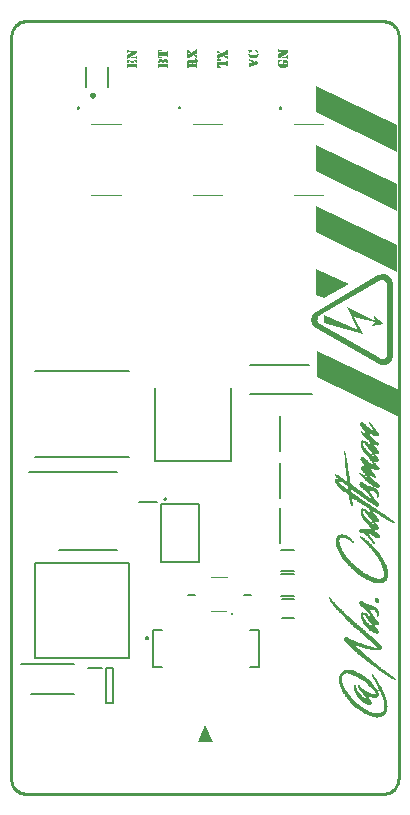
<source format=gto>
%FSTAX23Y23*%
%MOIN*%
%SFA1B1*%

%IPPOS*%
%ADD10C,0.007870*%
%ADD11C,0.003940*%
%ADD12C,0.009840*%
%ADD13C,0.010000*%
%LNnas-craftsman_nixie_v1-1*%
%LPD*%
G36*
X17589Y02294D02*
Y02205D01*
X17319Y02338*
Y02424*
X17589Y02294*
G37*
G36*
X17589Y02098D02*
Y02009D01*
X17319Y02141*
Y02228*
X17589Y02098*
G37*
G36*
X17589Y01894D02*
Y01805D01*
X17319Y01938*
Y02024*
X17589Y01894*
G37*
G36*
X17429Y01763D02*
X17345Y01716D01*
X17319Y01729*
Y01815*
X17429Y01763*
G37*
G36*
X17593Y0141D02*
Y01321D01*
X17322Y01454*
Y0154*
X17593Y0141*
G37*
G36*
X16973Y00236D02*
X16923D01*
X16947Y00294*
X16973Y00236*
G37*
G36*
X17549Y01797D02*
X17549D01*
X1755Y01796*
X17551Y01796*
X17553Y01795*
X17553*
X17554Y01795*
X17556Y01794*
X17557Y01793*
X17558*
X17558Y01793*
X17559Y01792*
X17561Y01791*
X17563Y01789*
X17565Y01786*
X17568Y01783*
X1757Y0178*
X17572Y01776*
Y01776*
X17572Y01774*
X17572Y01773*
X17573Y01772*
Y0177*
X17573Y01769*
X17573Y01523*
X17573Y01521*
X17572Y01518*
X17572Y01514*
X1757Y01511*
X17568Y01507*
X17565Y01503*
X17565Y01503*
X17564Y01503*
X17562Y015*
X17562Y015*
X17561Y015*
X1756Y01499*
X17558Y01498*
X17557Y01497*
X17556Y01497*
X17554Y01496*
X17551Y01495*
X17548Y01494*
X17545Y01494*
X17541Y01493*
X17536Y01494*
X17536*
X17536Y01494*
X17535Y01495*
X17533Y01495*
X17532Y01495*
X17532*
X17531Y01496*
X17529Y01496*
X17528Y01497*
X17528*
X17527*
X17527Y01498*
X17318Y01618*
X17317Y01619*
X17316Y01619*
X17316Y0162*
X17314Y01621*
X17311Y01623*
X17307Y01627*
X17307Y01628*
X17307Y01628*
X17306Y0163*
X17306Y0163*
X17306Y01631*
X17305Y01632*
X17304Y01634*
X17303Y01637*
X17302Y01639*
X17302Y01642*
X17302Y01645*
Y01647*
X17302Y0165*
X17303Y01653*
X17304Y01656*
X17305Y01659*
X17307Y01663*
X1731Y01666*
X1731Y01666*
X17311Y01667*
X17312Y01668*
X17313Y01669*
X17314Y0167*
X17315Y0167*
X17316Y01671*
X17317Y01672*
X17526Y01793*
X17527Y01793*
X17528Y01794*
X1753Y01795*
X17533Y01796*
X17537Y01797*
X1754Y01797*
X17544*
X17549Y01797*
G37*
G36*
X17118Y02543D02*
X17119Y02543D01*
X17119Y02543*
X17119Y02543*
X1712Y02543*
X17121Y02543*
X17121Y02543*
X17121Y02542*
X17121Y02542*
X17122Y02542*
X17122Y02542*
X17122Y02541*
X17123Y02541*
X17124Y0254*
X17124Y0254*
X17124Y0254*
X17124Y0254*
X17124Y02539*
X17125Y02539*
X17125Y02538*
X17126Y02538*
X17126Y02537*
X17126Y02537*
X17126Y02537*
X17126Y02536*
X17126Y02536*
X17126Y02535*
X17127Y02534*
X17127Y02534*
X17127Y02533*
X17123*
Y02533*
X17123Y02533*
Y02533*
X17123Y02533*
X17123Y02534*
X17123Y02535*
X17122Y02535*
X17122Y02536*
X17122Y02536*
X17122Y02537*
X17122Y02537*
X17122Y02537*
X17121Y02537*
X17121Y02538*
X17121Y02538*
X1712Y02538*
X1712Y02538*
X1712Y02539*
X1712Y02539*
X1712Y02539*
X17119Y02539*
X17119Y02539*
X17118Y02539*
X17117Y0254*
X17117*
X17117Y0254*
X17117Y0254*
X17117Y0254*
X17117Y0254*
X17116Y0254*
X17116Y0254*
X17116Y02541*
X17116Y02541*
X17116Y02541*
X17116Y02541*
Y02542*
X17116Y02542*
X17116Y02542*
X17116Y02542*
X17116Y02543*
X17116Y02543*
X17116Y02543*
X17116Y02543*
X17116Y02543*
X17117Y02543*
X17117Y02543*
X17117Y02543*
X17117Y02543*
X17118Y02543*
X17118*
X17118*
X17118Y02543*
G37*
G36*
X17104Y02543D02*
X17105Y02543D01*
X17105Y02543*
X17105Y02543*
X17105Y02543*
X17106Y02543*
X17106Y02543*
X17106Y02543*
X17106Y02543*
X17106Y02542*
X17106Y02542*
X17106Y02542*
X17106Y02541*
Y02541*
X17106Y02541*
Y02541*
X17106Y02541*
X17106Y0254*
X17106Y0254*
X17106*
X17106Y0254*
X17106Y0254*
X17105Y0254*
X17105Y0254*
X17105Y0254*
X17104*
X17104Y0254*
X17104Y0254*
X17104Y02539*
X17103Y02539*
X17103Y02539*
X17102Y02539*
X17102Y02539*
X17102Y02539*
X17102*
X17102Y02539*
X17102Y02539*
X17101Y02539*
X17101Y02538*
X171Y02538*
X171Y02538*
X17099Y02537*
X17098Y02537*
X17098Y02536*
X17098Y02536*
X17098Y02536*
X17098Y02536*
X17097Y02536*
X17097Y02535*
X17097Y02535*
X17097Y02535*
X17096Y02535*
X17096Y02535*
X17096Y02534*
X17096Y02534*
X17096Y02534*
X17096Y02533*
X17096Y02533*
X17096Y02533*
X17092*
Y02533*
X17092Y02533*
X17092Y02533*
X17092Y02533*
X17092Y02534*
X17092Y02535*
X17092Y02535*
Y02535*
X17093Y02535*
X17093Y02535*
X17093Y02536*
X17093Y02536*
X17093Y02537*
X17093Y02537*
X17094Y02538*
Y02538*
X17094Y02538*
X17094Y02538*
X17094Y02538*
X17094Y02539*
X17094Y02539*
Y02539*
X17094Y02539*
X17094Y0254*
X17093Y0254*
X17093Y0254*
X17093Y0254*
X17093Y0254*
X17093Y0254*
X17092Y0254*
X17092Y02541*
X17092Y02541*
X17092Y02541*
X17092Y02542*
Y02542*
X17092Y02542*
X17092Y02542*
X17092Y02543*
X17092Y02543*
X17093Y02543*
X17093Y02543*
X17093Y02543*
X17093Y02543*
X17093Y02543*
X17093Y02543*
X17093Y02543*
X17094Y02543*
X17094Y02543*
X17104*
X17104*
X17104*
X17104Y02543*
G37*
G36*
X17127Y02531D02*
X17127Y02531D01*
X17127Y0253*
X17127Y0253*
X17127Y02529*
X17126Y02529*
X17126Y02528*
X17126Y02527*
X17126Y02526*
X17126Y02526*
X17125Y02525*
X17125Y02524*
X17125Y02523*
X17124Y02523*
X17124Y02523*
X17124Y02523*
X17124Y02523*
X17124Y02522*
X17124Y02522*
X17123Y02522*
X17123Y02521*
X17123Y02521*
X17122Y02521*
X17122Y0252*
X17121Y0252*
X17121Y0252*
X1712Y02519*
X17118Y02518*
X17118*
X17118Y02518*
X17118Y02518*
X17118Y02518*
X17117Y02518*
X17117Y02518*
X17117Y02518*
X17116Y02517*
X17115Y02517*
X17115Y02517*
X17114Y02517*
X17113Y02517*
X17112Y02517*
X17112Y02517*
X1711Y02517*
X1711*
X1711*
X17109*
X17109*
X17109Y02517*
X17108*
X17108Y02517*
X17107Y02517*
X17106Y02517*
X17105Y02517*
X17104Y02517*
X17103Y02518*
X17103*
X17103Y02518*
X17103Y02518*
X17102Y02518*
X17102Y02518*
X17102Y02518*
X17101Y02518*
X171Y02519*
X17099Y02519*
X17098Y0252*
X17097Y0252*
X17097Y02521*
X17097Y02521*
X17097Y02521*
X17097Y02521*
X17096Y02521*
X17096Y02522*
X17095Y02523*
X17095Y02523*
X17094Y02524*
X17093Y02525*
Y02525*
X17093Y02525*
X17093Y02526*
X17093Y02526*
X17093Y02526*
X17093Y02526*
X17093Y02527*
X17092Y02528*
X17092Y02529*
X17092Y02529*
X17092Y0253*
X17092Y02532*
X17096*
Y02532*
X17096Y02531*
X17096Y02531*
X17096Y02531*
X17096Y0253*
X17096Y0253*
X17097Y0253*
X17097Y02529*
X17097Y02529*
X17097Y02529*
X17097Y02529*
X17098Y02529*
X17098Y02529*
X17098Y02529*
X17099Y02529*
X171Y02529*
X17119*
X1712*
X1712*
X1712*
X17121Y02529*
X17121Y02529*
X17121Y02529*
X17121Y02529*
X17122Y02529*
X17122Y02529*
X17122Y02529*
X17122Y02529*
X17122Y0253*
X17122Y0253*
X17123Y0253*
X17123Y0253*
X17123Y0253*
Y0253*
X17123Y02531*
X17123Y02531*
X17123Y02531*
X17123Y02531*
X17123Y02532*
X17127*
Y02531*
G37*
G36*
X17095Y02516D02*
X17095Y02516D01*
X17095Y02515*
X17095Y02515*
X17096Y02515*
X17096Y02515*
X17096Y02515*
X17096Y02515*
X17096Y02514*
X17097Y02513*
Y02513*
X17097Y02513*
X17097Y02513*
X17097Y02513*
X17097Y02513*
X17097Y02513*
X17098Y02512*
X17098Y02512*
X17098Y02512*
X17098Y02512*
X17098Y02512*
X17099Y02512*
X17099Y02511*
X17099Y02511*
X171Y02511*
X171Y02511*
X17114Y02507*
X17109Y02505*
X17099Y02508*
X17099*
X17099Y02508*
X17099Y02508*
X17099Y02508*
X17098Y02508*
X17098*
X17098Y02508*
X17098*
X17098*
X17098Y02508*
X17097Y02508*
X17097*
X17097Y02508*
X17097Y02508*
X17097Y02507*
X17096Y02507*
X17096Y02506*
X17096Y02506*
X17096Y02506*
X17096Y02506*
X17096Y02505*
X17096Y02505*
X17095Y02505*
X17095Y02505*
X17094Y02505*
X17094*
X17094*
X17094Y02505*
X17094Y02505*
X17094Y02505*
X17094Y02505*
X17093Y02505*
X17093Y02505*
X17093Y02505*
X17093Y02506*
X17093Y02506*
X17093Y02506*
X17093Y02506*
X17093Y02507*
X17093Y02507*
Y02513*
X17093Y02514*
X17093Y02514*
X17093Y02515*
X17093Y02515*
X17093Y02515*
X17093Y02515*
X17093Y02515*
X17093Y02515*
X17094Y02515*
X17094Y02516*
X17094Y02516*
X17094Y02516*
X17094*
X17094*
X17095Y02516*
G37*
G36*
X17126Y02504D02*
Y02497D01*
X17097Y02488*
X17097*
X17097Y02488*
X17097Y02488*
X17097Y02488*
X17097Y02488*
X17097Y02488*
X17097*
X17097Y02488*
X17096Y02488*
X17096Y02488*
Y02488*
X17096Y02487*
X17096Y02487*
X17096Y02487*
X17096Y02487*
X17096Y02487*
X17096Y02486*
X17096Y02486*
X17095Y02486*
X17095Y02486*
X17095Y02486*
X17095*
X17094*
X17094Y02486*
X17094Y02486*
X17094Y02486*
X17094Y02487*
X17093Y02487*
X17093Y02487*
Y02487*
X17093Y02487*
X17093Y02487*
X17093Y02487*
X17093Y02488*
X17093Y02488*
X17093Y02488*
Y025*
X17093Y02501*
Y02501*
X17093Y02501*
Y02501*
X17093Y02501*
X17093Y02502*
X17093Y02502*
X17093Y02502*
X17093Y02502*
X17093Y02502*
X17094Y02502*
X17094Y02502*
X17094Y02503*
X17094Y02503*
X17094Y02503*
X17094*
X17095*
X17095Y02503*
X17095Y02503*
X17095Y02502*
X17096Y02502*
X17096Y02502*
X17096Y02501*
X17096Y02501*
X17096Y02501*
X17096Y02501*
X17097Y02501*
X17097*
X17097Y02501*
X17097Y02501*
X17097Y02501*
X17097*
X17097*
X17098*
X17098Y02501*
X17117Y02506*
X17126Y02504*
G37*
G36*
X16802Y02545D02*
X16802Y02545D01*
X16802Y02545*
X16803Y02545*
X16803Y02544*
X16803Y02544*
X16803Y02544*
X16803Y02544*
X16803Y02544*
X16803Y02544*
X16803Y02543*
X16803Y02543*
Y02543*
X16803Y02543*
X16803Y02543*
X16803Y02542*
X16803Y02542*
X16803Y02542*
X16803*
X16803Y02542*
X16803Y02542*
X16803Y02541*
X16802Y02541*
X16802Y02541*
X168Y02541*
X168*
X168*
X168Y02541*
X168Y02541*
X16799Y02541*
X16799Y02541*
X16798Y0254*
X16798Y0254*
X16797Y0254*
X16796Y0254*
X16796Y0254*
X16796Y02539*
X16796Y02539*
X16796Y02539*
X16796Y02539*
X16795Y02539*
X16795Y02538*
X16795Y02538*
X16791*
Y02545*
X16801*
X16801*
X16802*
X16802Y02545*
G37*
G36*
X16823Y0254D02*
X16823Y0254D01*
X16824Y0254*
X16824Y02539*
X16824Y02539*
X16824Y02539*
Y02539*
X16824Y02539*
X16824Y02539*
X16824Y02538*
X16825Y02538*
X16825Y02538*
X16825Y02537*
Y02525*
X16825Y02524*
Y02524*
X16824Y02524*
X16824Y02523*
X16824Y02523*
X16824Y02523*
X16824Y02523*
X16824Y02523*
X16824Y02523*
X16824Y02522*
X16823Y02522*
X16823Y02522*
X16823Y02522*
X16823*
X16823Y02522*
X16822Y02522*
X16822Y02522*
X16822Y02523*
X16822Y02523*
X16821Y02523*
X16821Y02524*
Y02524*
X16821Y02524*
X16821Y02524*
X16821Y02524*
X16821Y02525*
Y02525*
X16821Y02525*
X16821Y02525*
X16821Y02525*
X16821Y02525*
X1682Y02525*
X1682Y02525*
X1682Y02525*
X1682*
X16791*
Y02537*
X1682*
X1682*
X1682*
X1682*
X1682Y02537*
X1682Y02537*
X16821Y02537*
X16821Y02537*
X16821Y02537*
X16821Y02537*
X16821Y02537*
X16821Y02537*
Y02537*
X16821Y02537*
X16821Y02538*
X16821Y02538*
X16821Y02538*
Y02538*
X16821Y02538*
X16821Y02539*
X16821Y02539*
X16822Y02539*
X16822Y02539*
X16822Y0254*
X16823Y0254*
X16823*
X16823*
X16823*
X16823Y0254*
G37*
G36*
X16795Y02524D02*
X16795Y02524D01*
X16795Y02524*
X16795Y02524*
X16796Y02523*
X16796Y02523*
X16796Y02523*
X16797Y02522*
X16797Y02522*
X16797Y02522*
X16797Y02522*
X16798Y02522*
X16798Y02522*
X16799Y02521*
X16799Y02521*
X168Y02521*
X16802Y02521*
X16802*
X16802Y02521*
X16802Y02521*
X16802Y02521*
X16802Y02521*
X16803Y0252*
Y0252*
X16803Y0252*
X16803Y0252*
X16803Y0252*
X16803Y02519*
X16803Y02519*
X16803Y02519*
Y02519*
X16803Y02519*
X16803Y02518*
X16803Y02518*
X16803Y02518*
X16803Y02517*
X16803*
X16803Y02517*
X16803Y02517*
X16802Y02517*
X16802Y02517*
X16802Y02517*
X16802Y02517*
X16801Y02517*
X16791*
Y02524*
X16795*
X16795Y02524*
G37*
G36*
X16816Y02515D02*
X16817Y02515D01*
X16817Y02515*
X16818Y02514*
X16818Y02514*
X16819Y02514*
X16819Y02514*
X1682Y02514*
X1682Y02513*
X16821Y02513*
X16821Y02513*
X16822Y02512*
X16822Y02511*
X16822Y02511*
X16823Y02511*
X16823Y02511*
X16823Y0251*
X16823Y0251*
X16824Y02509*
X16824Y02509*
X16824Y02508*
Y02508*
X16824Y02508*
X16824Y02508*
X16824Y02507*
X16824Y02507*
X16824Y02506*
X16825Y02505*
X16825Y02504*
X16825Y02503*
Y025*
X16821*
Y025*
X16821Y025*
X16821Y025*
X16821Y02501*
X16821Y02501*
X16821Y02501*
Y02501*
X16821Y02501*
X16821Y02502*
X16821Y02502*
X1682Y02502*
X1682Y02502*
X1682Y02502*
X1682Y02502*
X1682Y02502*
X16819Y02503*
X16819Y02503*
X16819Y02503*
X16818Y02503*
X16813*
X16813*
X16812*
X16812*
X16812Y02503*
X16811Y02503*
X16811Y02503*
X16811Y02503*
X16811*
X16811Y02503*
X16811Y02502*
X1681Y02502*
X1681Y02502*
X1681Y02502*
X1681Y02502*
X1681Y02502*
X1681Y02502*
X16809Y02501*
X16809Y02501*
X16809Y02501*
X16809Y02501*
X16809Y02501*
X16809Y025*
X16809Y025*
X16809Y025*
X16806*
Y025*
X16806Y025*
Y025*
X16805Y02501*
X16805Y02501*
X16805Y02501*
Y02501*
X16805Y02501*
X16805Y02502*
X16805Y02502*
X16805Y02502*
X16805Y02502*
X16805Y02502*
X16805Y02502*
X16804Y02503*
X16804*
X16804Y02503*
X16804Y02503*
X16804Y02503*
X16803Y02503*
X16802*
X16798*
X16798*
X16798*
X16798*
X16798Y02503*
X16797Y02503*
X16797Y02503*
X16797*
X16797Y02503*
X16796Y02502*
X16796Y02502*
X16796Y02502*
X16796*
X16796Y02502*
X16795Y02502*
X16795Y02502*
X16795Y02501*
Y02501*
X16795Y02501*
X16795Y02501*
X16795Y02501*
X16795Y02501*
X16795Y025*
X16795Y025*
X16795Y025*
X16791*
Y02503*
X16791Y02504*
X16791Y02504*
X16791Y02505*
X16791Y02505*
X16791Y02506*
X16792Y02507*
X16792Y02508*
X16792Y02509*
X16792Y02509*
X16793Y0251*
X16793Y02511*
X16793Y02511*
X16794Y02511*
X16794Y02512*
X16794Y02512*
X16794Y02512*
X16795Y02513*
X16795Y02513*
X16796Y02513*
X16796Y02514*
X16796Y02514*
X16796Y02514*
X16797Y02514*
X16797Y02514*
X16798Y02514*
X16798Y02514*
X16799Y02514*
X168Y02514*
X168*
X168*
X168Y02514*
X16801Y02514*
X16801Y02514*
X16802Y02514*
X16802Y02514*
X16803Y02514*
X16803Y02513*
X16803Y02513*
X16803Y02513*
X16804Y02513*
X16804Y02513*
X16805Y02512*
X16805Y02512*
X16805Y02511*
X16806Y02511*
X16806Y02511*
X16806Y02511*
X16806Y02511*
X16806Y0251*
X16806Y0251*
X16807Y0251*
X16807Y02509*
Y02509*
X16807Y02509*
X16807Y02509*
X16807Y02508*
X16807Y02508*
X16807Y02507*
X16807Y02507*
X16807Y02506*
Y02507*
X16807Y02507*
X16807Y02508*
X16807Y02508*
X16808Y02509*
X16808Y02509*
Y02509*
X16808Y02509*
X16808Y02509*
X16808Y0251*
X16808Y0251*
X16808Y02511*
X16809Y02511*
X16809Y02511*
X16809Y02512*
X16809Y02512*
X1681Y02512*
X1681Y02513*
X1681Y02513*
X16811Y02513*
X16812Y02514*
X16812Y02514*
X16812Y02514*
X16812Y02514*
X16813Y02514*
X16813Y02514*
X16814Y02515*
X16815Y02515*
X16816Y02515*
X16816*
X16816*
X16816*
X16816Y02515*
G37*
G36*
X16825Y02487D02*
X16825Y02486D01*
Y02486*
X16824Y02486*
X16824Y02485*
X16824Y02485*
X16824Y02485*
X16824Y02485*
X16824Y02485*
X16823Y02485*
X16823Y02485*
X16823Y02485*
X16823*
X16823Y02485*
X16822Y02485*
X16822Y02485*
X16822Y02485*
X16822Y02485*
X16821Y02485*
X16821Y02486*
Y02486*
X16821Y02486*
X16821Y02486*
X16821Y02487*
Y02487*
X16821Y02487*
X16821Y02487*
X16821Y02487*
X16821Y02487*
X16821Y02487*
X1682Y02487*
X1682Y02487*
X16796*
X16796*
X16796*
X16796Y02487*
X16795Y02487*
X16795Y02487*
X16795Y02487*
X16795*
X16795Y02487*
X16795Y02487*
Y02487*
X16795Y02487*
X16795Y02486*
X16795Y02486*
X16795Y02486*
X16795Y02486*
X16795Y02486*
X16795Y02486*
X16794Y02485*
X16794Y02485*
X16794Y02485*
X16794Y02485*
X16793Y02485*
X16793Y02485*
X16793*
X16793*
X16793Y02485*
X16792Y02485*
X16792Y02485*
X16792Y02485*
X16792Y02485*
X16792Y02485*
X16792Y02485*
X16791Y02485*
X16791Y02485*
X16791Y02486*
X16791Y02486*
X16791Y02486*
X16791Y02486*
Y02499*
X16825*
Y02487*
G37*
G36*
X16691Y02545D02*
X16691Y02545D01*
X16692Y02545*
X16692Y02544*
X16692Y02544*
X16692Y02544*
X16692Y02544*
X16692Y02543*
X16692Y02543*
X16692Y02543*
X16693Y02543*
X16693Y02542*
X16693Y02542*
X16694Y02542*
X16694Y02542*
X16694*
X16694Y02542*
X16694Y02542*
X16695Y02541*
X16695Y02541*
X16696Y02541*
X16696Y02541*
X16697Y02541*
X16708*
X16703Y02538*
X16697*
X16697*
X16696*
X16696*
X16696Y02538*
X16696Y02538*
X16695Y02538*
X16695Y02537*
X16694Y02537*
X16694Y02537*
X16694Y02537*
X16694Y02537*
X16693Y02537*
X16693Y02537*
X16693Y02536*
X16693Y02536*
X16692Y02536*
X16692Y02535*
Y02535*
X16692Y02535*
X16692Y02535*
X16692Y02535*
X16691Y02534*
X16691Y02534*
X16691Y02534*
X16691Y02534*
X1669Y02534*
X1669*
X1669*
X1669Y02534*
X1669Y02534*
X1669Y02534*
X16689Y02534*
X16689Y02535*
X16689Y02535*
X16689Y02535*
X16689Y02535*
X16689Y02535*
X16689Y02535*
X16689Y02536*
X16689Y02536*
Y02543*
X16689Y02543*
X16689Y02543*
X16689Y02543*
X16689Y02544*
X16689Y02544*
X16689Y02544*
Y02544*
X16689Y02545*
X1669Y02545*
X1669Y02545*
X1669Y02545*
X16691*
X16691*
X16691*
X16691Y02545*
G37*
G36*
X16722Y02534D02*
X16694Y02518D01*
X16694*
X16694Y02517*
X16694Y02517*
X16694Y02517*
X16693Y02517*
X16693Y02517*
X16693Y02517*
X16693Y02517*
X16693Y02517*
X16693Y02516*
X16692Y02516*
X16692Y02515*
X16692Y02515*
X16692Y02515*
X16692Y02515*
X16692Y02514*
X16692*
X16692Y02514*
X16691Y02514*
X16691Y02514*
X16691Y02514*
X16691*
X16691*
X1669Y02514*
X1669Y02514*
X1669Y02514*
X1669*
X1669Y02514*
X16689Y02515*
X16689Y02515*
X16689Y02515*
Y02515*
X16689Y02515*
X16689Y02515*
X16689Y02516*
X16689Y02516*
X16689Y02516*
X16689Y02517*
Y02528*
X16711Y02541*
X16722*
Y02534*
G37*
G36*
X16721Y02525D02*
X16721Y02525D01*
X16721Y02525*
X16721Y02524*
X16722Y02524*
X16722Y02524*
Y02524*
X16722Y02524*
X16722Y02524*
X16722Y02524*
X16722Y02523*
X16722Y02523*
X16722Y02523*
Y02516*
X16722Y02516*
X16722Y02516*
X16722Y02515*
X16722Y02515*
X16721Y02514*
X16721Y02514*
X16721Y02514*
X16721Y02514*
X16721Y02514*
X1672*
X1672*
X1672Y02514*
X1672Y02514*
X1672Y02514*
X16719Y02514*
X16719Y02515*
X16719Y02515*
X16719Y02515*
X16719Y02515*
X16719Y02515*
Y02515*
X16719Y02516*
X16719Y02516*
X16718Y02516*
X16718Y02516*
X16717Y02517*
X16716Y02517*
X16716Y02517*
X16716Y02517*
X16715Y02517*
X16715Y02518*
X16697*
X16702Y02521*
X16715*
X16715*
X16715*
X16715Y02521*
X16715Y02521*
X16716Y02521*
X16716Y02521*
X16717Y02521*
X16717Y02522*
X16717Y02522*
X16717Y02522*
X16717Y02522*
X16718Y02522*
X16718Y02522*
X16718Y02522*
X16718Y02523*
X16719Y02523*
X16719Y02524*
X16719Y02524*
X16719Y02524*
X16719Y02524*
X16719Y02524*
X1672Y02524*
X1672Y02525*
X1672Y02525*
X16721Y02525*
X16721*
X16721*
X16721Y02525*
G37*
G36*
X16722Y025D02*
X16719D01*
Y025*
X16719Y025*
X16719Y02501*
X16719Y02501*
X16718Y02501*
X16718Y02502*
X16718Y02502*
X16718Y02503*
X16718Y02503*
X16718Y02503*
X16718Y02503*
X16718Y02503*
X16718Y02504*
X16717Y02504*
X16717Y02505*
X16717Y02505*
X16717Y02505*
X16717Y02505*
X16716Y02505*
X16716Y02506*
X16715Y02506*
X16715Y02506*
X16715Y02506*
X16715Y02506*
X16715Y02506*
X16714Y02507*
X16714Y02507*
X16714Y02507*
X16713Y02507*
X16713Y02507*
X16713*
X16713Y02507*
X16712Y02507*
X16712Y02507*
X16712Y02508*
X16712Y02508*
X16711Y02508*
X16711Y02508*
X16711Y02508*
X16711Y02509*
X16711Y02509*
Y02509*
X16711Y02509*
X16711Y0251*
X16711Y0251*
X16711Y0251*
X16712Y0251*
X16712*
X16712Y0251*
X16712Y02511*
X16712Y02511*
X16712Y02511*
X16713Y02511*
X16713Y02511*
X16713*
X16722*
Y025*
G37*
G36*
X16698Y0251D02*
X16698D01*
X16699Y0251*
X16699Y0251*
X16699Y0251*
X16699Y0251*
X16699Y0251*
X16699Y0251*
X16699Y0251*
X16699Y02509*
X16699Y02509*
X167Y02509*
Y02508*
X16699Y02508*
X16699Y02508*
X16699Y02508*
X16699Y02508*
X16699Y02507*
X16699Y02507*
X16698Y02507*
X16698Y02507*
X16698*
X16698Y02507*
X16698Y02507*
X16698Y02507*
X16697Y02507*
X16697Y02506*
X16696Y02506*
X16695Y02506*
X16695Y02505*
X16694Y02505*
X16694Y02504*
X16694Y02504*
X16694Y02504*
X16693Y02503*
X16693Y02503*
X16693Y02502*
X16693Y02501*
X16692Y025*
X16689*
Y0251*
X16698*
X16698*
X16698*
X16698Y0251*
G37*
G36*
X1671Y02506D02*
X16711Y02506D01*
X16711Y02506*
X16712Y02506*
X16712*
X16712Y02506*
X16712Y02506*
X16712Y02506*
X16712Y02506*
X16712Y02505*
X16712Y02505*
X16712Y02505*
Y02505*
X16712Y02504*
Y02504*
X16712Y02504*
X16712Y02504*
X16712Y02503*
X16712*
X16712Y02503*
X16712Y02503*
X16711Y02503*
X16711Y02503*
X16711Y02503*
X16711Y02503*
X1671Y02503*
X1671*
X1671Y02503*
X1671Y02503*
X1671Y02503*
X16709Y02502*
X16708Y02502*
X16708Y02502*
X16708Y02502*
X16708Y02502*
X16708Y02502*
X16708Y02501*
X16707Y02501*
X16707Y02501*
X16707Y025*
X16707Y025*
X16703*
X16703Y025*
X16703Y025*
X16703Y025*
X16703Y02501*
X16703Y02501*
X16702Y02502*
X16702Y02502*
X16702Y02502*
X16702Y02502*
X16702Y02502*
X16702Y02502*
X16701Y02502*
X16701Y02503*
X16701Y02503*
X167Y02503*
X167*
X167Y02503*
X167Y02503*
X167Y02503*
X16699Y02503*
X16699Y02503*
X16699Y02503*
X16699Y02503*
X16699Y02503*
X16698Y02504*
X16698Y02504*
X16698Y02504*
Y02505*
X16698Y02505*
X16698Y02505*
X16698Y02505*
X16698Y02506*
X16699Y02506*
X16699Y02506*
X16699Y02506*
X16699Y02506*
X16699Y02506*
X167Y02506*
X167Y02506*
X167Y02506*
X16701*
X1671*
X1671*
X1671*
X1671*
X1671Y02506*
G37*
G36*
X16722Y02487D02*
X16722Y02487D01*
Y02486*
X16722Y02486*
X16722Y02485*
X16722Y02485*
X16722Y02485*
X16722Y02485*
X16721Y02485*
X16721Y02485*
X16721Y02485*
X16721Y02485*
X1672*
X1672Y02485*
X1672Y02485*
X1672Y02485*
X1672Y02485*
X16719Y02485*
X16719Y02486*
X16719Y02486*
Y02486*
X16719Y02486*
X16719Y02486*
X16719Y02487*
Y02487*
X16719Y02487*
X16718Y02487*
X16718Y02487*
X16718Y02487*
X16718Y02487*
X16718Y02487*
X16717Y02487*
X16694*
X16694*
X16693*
X16693Y02487*
X16693Y02487*
X16693Y02487*
X16693Y02487*
X16693*
X16693Y02487*
X16693Y02487*
Y02487*
X16692Y02487*
X16692Y02487*
X16692Y02486*
X16692Y02486*
X16692Y02486*
X16692Y02486*
X16692Y02486*
X16692Y02486*
X16692Y02485*
X16692Y02485*
X16691Y02485*
X16691Y02485*
X1669Y02485*
X1669*
X1669*
X1669Y02485*
X1669Y02485*
X1669Y02485*
X1669Y02485*
X16689Y02485*
X16689Y02485*
X16689Y02485*
X16689Y02485*
X16689Y02486*
X16689Y02486*
X16689Y02486*
X16689Y02486*
X16689Y02487*
Y02499*
X16722*
Y02487*
G37*
G36*
X17194Y02546D02*
X17194Y02546D01*
X17194Y02546*
X17194Y02546*
X17194Y02546*
X17195Y02545*
X17195Y02545*
X17195Y02545*
X17195Y02545*
X17195Y02544*
X17195Y02544*
X17196Y02544*
X17196Y02543*
X17196Y02543*
X17197Y02543*
X17197*
X17197Y02543*
X17197Y02543*
X17197Y02543*
X17198Y02543*
X17198Y02543*
X17199Y02543*
X17199Y02543*
X17211*
X17206Y02539*
X17199*
X17199*
X17199*
X17199*
X17199Y02539*
X17198Y02539*
X17198Y02539*
X17197Y02539*
X17197Y02539*
X17196Y02538*
X17196Y02538*
X17196Y02538*
X17196Y02538*
X17196Y02538*
X17196Y02538*
X17195Y02537*
X17195Y02537*
X17195Y02537*
Y02537*
X17195Y02537*
X17195Y02536*
X17194Y02536*
X17194Y02536*
X17194Y02536*
X17194Y02536*
X17194Y02535*
X17193Y02535*
X17193*
X17193*
X17193Y02535*
X17193Y02536*
X17192Y02536*
X17192Y02536*
X17192Y02536*
X17192Y02536*
X17192Y02536*
X17192Y02536*
X17192Y02536*
X17192Y02537*
X17191Y02537*
X17191Y02537*
Y02544*
X17191Y02544*
X17191Y02544*
X17192Y02545*
X17192Y02545*
X17192Y02545*
X17192Y02546*
Y02546*
X17192Y02546*
X17192Y02546*
X17193Y02546*
X17193Y02546*
X17193*
X17193*
X17193*
X17194Y02546*
G37*
G36*
X17225Y02535D02*
X17197Y02519D01*
X17197*
X17197Y02519*
X17197Y02519*
X17196Y02519*
X17196Y02518*
X17196Y02518*
X17196Y02518*
X17196Y02518*
X17195Y02518*
X17195Y02518*
X17195Y02517*
X17195Y02516*
X17195Y02516*
X17195Y02516*
X17195Y02516*
X17194Y02516*
X17194*
X17194Y02516*
X17194Y02516*
X17194Y02515*
X17193Y02515*
X17193*
X17193*
X17193Y02515*
X17193Y02516*
X17192Y02516*
X17192*
X17192Y02516*
X17192Y02516*
X17192Y02516*
X17192Y02516*
Y02517*
X17192Y02517*
X17192Y02517*
X17192Y02517*
X17191Y02517*
X17191Y02518*
X17191Y02518*
Y0253*
X17214Y02543*
X17225*
Y02535*
G37*
G36*
X17224Y02526D02*
X17224Y02526D01*
X17224Y02526*
X17224Y02526*
X17224Y02526*
X17225Y02525*
Y02525*
X17225Y02525*
X17225Y02525*
X17225Y02525*
X17225Y02525*
X17225Y02524*
X17225Y02524*
Y02518*
X17225Y02518*
X17225Y02517*
X17225Y02517*
X17225Y02516*
X17224Y02516*
X17224Y02516*
X17224Y02515*
X17223Y02515*
X17223Y02515*
X17223*
X17223*
X17223Y02515*
X17223Y02515*
X17222Y02516*
X17222Y02516*
X17222Y02516*
X17222Y02516*
X17222Y02516*
X17222Y02517*
X17221Y02517*
Y02517*
X17221Y02517*
X17221Y02517*
X17221Y02517*
X1722Y02518*
X1722Y02518*
X17219Y02519*
X17219Y02519*
X17218Y02519*
X17218Y02519*
X17217Y02519*
X172*
X17204Y02522*
X17217*
X17217*
X17218*
X17218Y02522*
X17218Y02522*
X17219Y02523*
X17219Y02523*
X17219Y02523*
X1722Y02523*
X1722Y02523*
X1722Y02523*
X1722Y02523*
X1722Y02523*
X17221Y02524*
X17221Y02524*
X17221Y02524*
X17221Y02524*
X17222Y02525*
X17222Y02525*
X17222Y02525*
X17222Y02525*
X17222Y02526*
X17222Y02526*
X17223Y02526*
X17223Y02526*
X17223Y02526*
X17223*
X17223*
X17224Y02526*
G37*
G36*
X17202Y02511D02*
X17203Y02511D01*
X17203Y02511*
X17204Y02511*
X17204Y0251*
X17204Y0251*
X17204Y02509*
X17204Y02509*
Y02509*
X17204Y02509*
Y02509*
X17204Y02508*
X17204Y02508*
X17204Y02508*
X17204*
X17204Y02508*
X17204Y02508*
X17204Y02508*
X17203Y02507*
X17203Y02507*
X17203Y02507*
X17202Y02507*
X17202*
X17202Y02507*
X17202Y02507*
X17201Y02507*
X17201Y02507*
X17201Y02506*
X172Y02506*
X17199Y02506*
X17199Y02506*
X17199Y02506*
X17199Y02505*
X17198Y02505*
X17198Y02505*
X17197Y02505*
X17197Y02504*
X17197Y02504*
X17197Y02504*
X17196Y02504*
X17196Y02504*
X17196Y02503*
X17195Y02503*
X17195Y02502*
X17195Y02502*
X17195Y02502*
X17195Y02502*
X17195Y02502*
X17195Y02501*
X17195Y02501*
X17194Y025*
X17194Y02499*
X17194Y02499*
X17191*
Y02499*
X17191Y02499*
X17191Y02499*
X17191Y025*
X17191Y025*
X17191Y02501*
X17191Y02501*
X17191Y02503*
X17192Y02504*
X17192Y02505*
X17192Y02505*
X17192Y02506*
Y02506*
X17192Y02506*
X17192Y02506*
X17192Y02506*
X17193Y02507*
Y02507*
X17192Y02507*
X17192Y02507*
X17192Y02507*
X17192Y02507*
X17192Y02508*
X17192Y02508*
X17192Y02508*
X17192Y02508*
X17191Y02508*
X17191Y02508*
X17191Y02509*
X17191Y02509*
X17191Y02509*
Y02509*
X17191Y0251*
X17191Y0251*
X17191Y0251*
X17191Y0251*
X17191Y02511*
X17191*
X17191Y02511*
X17192Y02511*
X17192Y02511*
X17192Y02511*
X17192Y02511*
X17192Y02511*
X17193*
X17202*
X17202*
X17202*
X17202Y02511*
G37*
G36*
X1721Y02512D02*
X1721Y02512D01*
X1721Y02512*
X1721Y02512*
X17211Y02512*
X17211Y02511*
X17211Y02511*
X17211Y02511*
X17211Y02511*
X17211Y02511*
X17212Y02511*
X17212*
X17212*
X17212Y02511*
X17212*
X17212*
X17221*
X17221Y02511*
X17221Y0251*
X17221Y0251*
X17221Y0251*
X17222Y02509*
X17222Y02509*
X17222Y02508*
X17223Y02508*
X17223Y02508*
X17223Y02507*
X17223Y02507*
X17223Y02507*
X17224Y02506*
X17224Y02506*
X17224Y02505*
X17224Y02505*
X17224Y02505*
X17224Y02505*
X17225Y02504*
X17225Y02504*
X17225Y02503*
X17225Y02503*
X17225Y02502*
X17225Y02502*
Y02502*
X17225Y02501*
X17225Y02501*
X17225Y02501*
X17225Y025*
X17225Y025*
X17226Y02499*
Y02498*
X17222*
Y02498*
X17222Y02499*
X17222Y02499*
X17222Y02499*
X17222Y02499*
X17222Y02499*
X17222Y025*
X17222Y025*
X17221Y025*
X17221Y025*
X17221Y025*
X17221*
X17221Y025*
X17221Y025*
X17221Y025*
X1722Y025*
X1722Y025*
X1722Y025*
X17219*
X17213*
X17212*
X17212*
X17212*
X17212Y025*
X17212Y025*
X17212Y025*
X17211Y025*
X17211*
X17211Y025*
X17211Y025*
Y025*
X17211Y025*
Y025*
X17211Y025*
X17211Y02499*
X17211Y02499*
X17211Y02499*
Y02499*
X17211Y02499*
X17211Y02498*
X17211Y02498*
X1721Y02498*
X1721Y02498*
X1721Y02498*
X17209Y02497*
X17209*
X17209*
X17209Y02498*
X17209Y02498*
X17209Y02498*
X17208Y02498*
X17208Y02498*
X17208Y02498*
X17208Y02498*
X17208Y02498*
X17208Y02498*
X17208Y02499*
X17208Y02499*
X17208Y02499*
X17207Y025*
Y0251*
X17207Y0251*
Y0251*
X17208Y02511*
X17208Y02511*
X17208Y02511*
Y02511*
X17208Y02512*
X17208Y02512*
X17208Y02512*
X17208Y02512*
X17209Y02512*
X17209Y02512*
X17209Y02512*
X17209*
X17209*
X1721Y02512*
G37*
G36*
X17194Y02498D02*
X17194Y02498D01*
X17194Y02498*
X17195Y02497*
X17195Y02497*
X17195Y02496*
X17196Y02496*
X17196Y02496*
X17196Y02496*
X17197Y02496*
X17197Y02496*
X17219*
X17219*
X1722*
X1722*
X1722Y02496*
X17221Y02496*
X17221Y02496*
X17221Y02496*
X17221Y02496*
X17222Y02496*
X17222Y02496*
X17222Y02497*
X17222Y02497*
X17222Y02497*
X17226*
Y02497*
X17225Y02496*
X17225Y02496*
X17225Y02495*
Y02495*
X17225Y02495*
Y02495*
X17225Y02495*
X17225Y02495*
X17225Y02494*
X17225Y02494*
X17225Y02494*
Y02494*
X17225Y02493*
X17225Y02493*
X17225Y02493*
X17225Y02493*
X17225Y02493*
X17224Y02492*
X17224Y02491*
X17223Y02491*
X17223Y0249*
X17222Y02489*
X17222Y02489*
X17222Y02489*
X17222Y02489*
X17222Y02488*
X17221Y02488*
X1722Y02487*
X1722Y02487*
X17219Y02486*
X17218Y02486*
X17218Y02486*
X17218Y02486*
X17218Y02486*
X17217Y02485*
X17217Y02485*
X17217Y02485*
X17216Y02485*
X17215Y02485*
X17215Y02484*
X17214Y02484*
X17213Y02484*
X17212Y02484*
X17211Y02484*
X17211Y02484*
X1721Y02483*
X17209Y02483*
X17209*
X17208*
X17208*
X17208Y02483*
X17207*
X17207Y02483*
X17206Y02484*
X17205Y02484*
X17205Y02484*
X17204Y02484*
X17202Y02484*
X17201Y02485*
X172Y02485*
X17199Y02485*
X17199Y02485*
X17199Y02485*
X17199Y02485*
X17199Y02486*
X17198Y02486*
X17198Y02486*
X17197Y02486*
X17197Y02487*
X17197Y02487*
X17196Y02487*
X17195Y02488*
X17194Y02489*
X17193Y0249*
X17193Y02491*
Y02491*
X17193Y02491*
X17193Y02491*
X17193Y02491*
X17192Y02491*
X17192Y02492*
X17192Y02493*
X17192Y02493*
X17191Y02494*
X17191Y02495*
Y02495*
X17191Y02495*
X17191Y02495*
X17191Y02496*
X17191Y02496*
X17191Y02497*
X17191Y02497*
Y02498*
X17194*
Y02498*
G37*
G36*
X16891Y02545D02*
X16891Y02545D01*
X16891Y02545*
X16891Y02545*
X16892Y02545*
X16892Y02545*
X16892Y02544*
X16892Y02544*
X16892Y02544*
X16892Y02544*
X16892Y02544*
X16892Y02543*
X16892Y02543*
X16893Y02543*
X16893Y02543*
X16893Y02542*
X16894Y02542*
X16894Y02541*
X16894Y02541*
X16901Y02537*
X16897Y02535*
X16895Y02537*
X16895Y02537*
X16894Y02537*
X16894Y02537*
X16894Y02537*
X16894*
X16894Y02537*
X16893Y02537*
X16893Y02537*
X16893Y02537*
X16893Y02537*
X16893Y02536*
X16892Y02536*
X16892Y02535*
X16892Y02535*
X16892Y02535*
X16892Y02535*
X16891Y02535*
X16891*
X16891Y02535*
X16891Y02534*
X16891Y02534*
X1689Y02534*
X1689*
X1689*
X1689Y02534*
X1689Y02534*
X1689Y02535*
X16889Y02535*
X16889Y02535*
X16889Y02535*
X16889Y02535*
X16889Y02535*
X16889Y02535*
X16889Y02536*
X16889Y02536*
Y02543*
X16889Y02543*
Y02544*
X16889Y02544*
X16889Y02544*
X16889Y02545*
Y02545*
X16889Y02545*
X16889Y02545*
X1689Y02545*
X1689Y02545*
X1689Y02545*
X1689*
X1689*
X16891Y02545*
G37*
G36*
X16921Y02546D02*
X16921Y02546D01*
X16921Y02546*
X16921Y02546*
X16922Y02546*
X16922Y02546*
Y02546*
X16922Y02546*
X16922Y02545*
X16922Y02545*
X16922Y02545*
X16922Y02545*
X16922Y02544*
Y02532*
X16922Y02532*
X16922Y02531*
X16922Y02531*
X16922Y02531*
X16922Y02531*
X16922Y0253*
X16922Y0253*
X16922Y0253*
X16921Y0253*
X16921Y0253*
X16921Y0253*
X1692Y02529*
X1692*
X1692*
X1692Y0253*
X1692Y0253*
X1692Y0253*
X1692Y0253*
X16919Y0253*
X16919Y0253*
X16919Y0253*
Y0253*
X16919Y02531*
X16919Y02531*
X16918Y02531*
X16918Y02531*
X16918Y02531*
X16918*
X16918Y02531*
X16918Y02531*
X16917Y02531*
X16917Y02531*
X16894Y02519*
X16894*
X16894Y02519*
X16893Y02519*
X16893Y02519*
X16893Y02518*
X16893Y02518*
X16893Y02518*
X16892Y02518*
X16892Y02518*
Y02518*
X16892Y02518*
X16892Y02518*
X16892Y02517*
X16892Y02517*
X16892Y02517*
X16892Y02517*
X16891Y02517*
X16891Y02517*
X16891Y02517*
X16891Y02517*
X1689*
X1689*
X1689Y02517*
X1689Y02517*
X1689Y02517*
X16889Y02517*
X16889Y02517*
X16889Y02517*
Y02517*
X16889Y02517*
X16889Y02518*
X16889Y02518*
X16889Y02518*
X16889Y02518*
X16889Y02519*
Y02531*
X16889Y02531*
Y02531*
X16889Y02532*
X16889Y02532*
X16889Y02533*
Y02533*
X16889Y02533*
X16889Y02533*
X16889Y02533*
X1689Y02533*
X1689Y02533*
X1689Y02533*
X16891Y02533*
X16891*
X16891*
X16891Y02533*
X16891Y02533*
X16891Y02533*
X16892Y02533*
X16892Y02533*
X16892Y02532*
X16892Y02532*
X16892Y02532*
X16892Y02532*
X16892Y02532*
X16892*
X16893Y02532*
X16893*
X16893*
X16893Y02532*
X16893Y02532*
X16918Y02544*
X16918Y02544*
X16918Y02544*
X16918Y02545*
X16919Y02545*
Y02545*
X16919Y02545*
X16919Y02545*
X16919Y02545*
X16919Y02546*
X16919Y02546*
X16919Y02546*
X1692Y02546*
X1692Y02546*
X1692Y02546*
X1692*
X16921*
X16921Y02546*
G37*
G36*
X16921Y02528D02*
X16921Y02528D01*
X16921Y02528*
X16921Y02527*
X16922Y02527*
X16922Y02527*
X16922Y02527*
X16922Y02527*
X16922Y02527*
X16922Y02526*
Y02526*
X16922Y02526*
Y02519*
X16922Y02519*
Y02519*
X16922Y02518*
X16922Y02518*
X16922Y02517*
X16922Y02517*
X16922Y02517*
X16921Y02517*
X16921Y02517*
X16921Y02517*
X16921*
X1692*
X1692Y02517*
X1692Y02517*
X16919Y02517*
X16919Y02517*
X16919Y02518*
X16919Y02518*
X16919Y02518*
Y02518*
X16919Y02518*
X16919Y02519*
X16919Y02519*
X16918Y02519*
X16918Y0252*
X16918Y0252*
X16917Y02521*
X16917Y02521*
X1691Y02526*
X16913Y02528*
X16916Y02526*
X16916Y02526*
X16916Y02526*
X16916Y02526*
X16916Y02526*
X16917Y02525*
X16917Y02525*
X16917Y02525*
X16917*
X16918*
X16918Y02525*
X16918Y02525*
X16918Y02526*
X16918Y02526*
X16918Y02526*
X16919Y02526*
Y02526*
X16919Y02526*
X16919Y02527*
X16919Y02527*
X16919Y02527*
X16919Y02527*
X16919Y02527*
X16919Y02527*
X1692Y02528*
X1692Y02528*
X1692Y02528*
X1692*
X16921*
X16921Y02528*
G37*
G36*
X16918Y02516D02*
X16918Y02516D01*
X16918Y02516*
X16918Y02515*
X16919Y02515*
X16919Y02515*
X16919Y02515*
X16919Y02515*
X1692Y02515*
X1692Y02514*
X1692Y02514*
X16921Y02514*
X16921Y02514*
X16921Y02513*
X16921Y02513*
X16921Y02513*
X16922Y02513*
X16922Y02512*
X16922Y02512*
X16922Y02512*
X16922Y02511*
X16923Y02511*
Y02511*
X16923Y02511*
X16923Y0251*
X16923Y0251*
X16923Y0251*
X16923Y02509*
X16923Y02509*
Y02508*
X16923Y02507*
Y02507*
X16923Y02507*
X16923Y02506*
X16922Y02505*
X16922Y02504*
X16922Y02504*
X16921Y02503*
X16921Y02503*
X16921*
X16921Y02503*
X16921Y02503*
X16921Y02502*
X1692Y02502*
X1692Y02502*
X1692Y02502*
X1692Y02502*
X16919Y02501*
X16918Y02501*
X16917Y02501*
X16916Y02501*
X16916Y02501*
X16912*
X16912*
X16911*
X16911*
X16911*
X16911*
X1691*
X1691Y02501*
X1691*
X1691*
X1691Y02501*
X1691Y02501*
X1691Y02501*
X16909Y025*
X16909Y025*
X16909Y025*
X16909Y025*
X16908Y025*
X16908Y025*
X16908Y02499*
X16908Y02499*
X16908Y02499*
X16908Y02498*
X16904*
Y02498*
X16904Y02498*
X16904Y02499*
X16904Y02499*
X16904Y025*
X16904Y025*
X16904Y025*
X16904Y025*
X16904Y025*
X16903Y02501*
X16903Y02501*
X16903*
X16903Y02501*
X16903*
X16903Y02501*
X16903Y02501*
X16902*
X16902Y02501*
X16902*
X16895*
X16895*
X16895*
X16895Y02501*
X16895*
X16894Y02501*
X16894Y02501*
X16893Y025*
X16893Y025*
X16893Y025*
X16893Y025*
X16893Y025*
X16893Y025*
X16893Y02499*
X16892Y02499*
X16892Y02498*
X16889*
Y025*
X16889Y02501*
Y02501*
X16889Y02502*
X16889Y02503*
X16889Y02504*
Y02504*
X16889Y02504*
X16889Y02504*
X16889Y02505*
X16889Y02505*
X16889Y02506*
X1689Y02506*
X1689Y02507*
X1689Y02508*
X16891Y02509*
X16891Y02509*
X16891Y02509*
X16891Y02509*
X16891Y0251*
X16892Y0251*
X16892Y0251*
X16892Y0251*
X16893Y02511*
X16893Y02511*
X16894Y02511*
X16894Y02512*
X16895Y02512*
X16895Y02512*
X16896Y02512*
X16897Y02512*
X16898Y02512*
X16898*
X16898*
X16898*
X16898Y02512*
X16898Y02512*
X16899Y02512*
X16899Y02512*
X169Y02512*
X16901Y02512*
X16902Y02511*
X16902Y02511*
X16902Y02511*
X16903Y0251*
X16903Y0251*
X16903Y0251*
X16904Y0251*
X16904Y0251*
X16904Y02509*
X16904Y02509*
X16904Y02509*
X16905Y02508*
X16905Y02508*
X16905Y02508*
X16905Y02508*
X16905Y02507*
X16905Y02507*
X16905Y02507*
X16906Y02506*
X16906Y02505*
X16906Y02505*
Y02505*
X16906Y02505*
Y02506*
X16906Y02506*
X16906Y02507*
X16906Y02507*
X16906Y02508*
Y02508*
X16906Y02508*
X16906Y02508*
X16906Y02508*
X16907Y02509*
X16907Y02509*
X16907Y0251*
X16907Y0251*
X16907Y0251*
X16908Y0251*
X16908Y02511*
X16908Y02511*
X16908Y02511*
X16909Y02511*
X16909Y02512*
X16909Y02512*
X16909Y02512*
X1691Y02512*
X1691Y02512*
X1691Y02512*
X16911Y02512*
X16911Y02512*
X16912Y02512*
X16917*
X16917*
X16917*
X16917*
X16917Y02512*
Y02512*
X16917Y02512*
X16917Y02512*
X16916Y02513*
X16916Y02513*
X16916Y02513*
X16916Y02513*
X16916Y02513*
X16916Y02513*
X16915Y02514*
X16915Y02514*
Y02514*
X16915Y02514*
X16916Y02514*
X16916Y02515*
X16916Y02515*
X16916Y02515*
X16916Y02515*
X16916Y02515*
X16916Y02515*
X16916Y02515*
X16916Y02516*
X16917Y02516*
X16917Y02516*
X16917Y02516*
X16917*
X16917*
X16918Y02516*
G37*
G36*
X16921Y025D02*
X16921Y025D01*
X16921Y025*
X16921Y025*
X16922Y025*
X16922Y02499*
Y02499*
X16922Y02499*
X16922Y02499*
X16922Y02499*
X16922Y02499*
X16922Y02498*
X16922Y02498*
Y02485*
X16922Y02485*
Y02485*
X16922Y02484*
X16922Y02484*
X16922Y02484*
X16922Y02484*
X16922Y02484*
X16922Y02484*
X16921Y02483*
X16921Y02483*
X16921Y02483*
X1692*
X1692Y02483*
X1692Y02483*
X1692Y02483*
X1692Y02484*
X16919Y02484*
X16919Y02484*
X16919Y02485*
Y02485*
X16919Y02485*
X16919Y02485*
X16919Y02485*
Y02485*
X16919Y02485*
X16918Y02485*
X16918Y02485*
X16918Y02486*
X16918Y02486*
X16918Y02486*
X16917Y02486*
X16894*
X16894*
X16893*
X16893Y02486*
X16893Y02486*
X16893Y02486*
X16893Y02485*
X16893*
X16893Y02485*
X16893Y02485*
Y02485*
X16892Y02485*
X16892Y02485*
X16892Y02485*
X16892Y02485*
X16892Y02485*
X16892Y02484*
X16892Y02484*
X16892Y02484*
X16892Y02484*
X16892Y02484*
X16891Y02483*
X16891Y02483*
X1689Y02483*
X1689*
X1689*
X1689Y02483*
X1689Y02483*
X1689Y02483*
X1689Y02483*
X16889Y02484*
X16889Y02484*
X16889Y02484*
X16889Y02484*
X16889Y02484*
X16889Y02484*
X16889Y02485*
X16889Y02485*
X16889Y02485*
Y02497*
X16917*
X16917*
X16917*
X16917*
X16918Y02497*
X16918Y02497*
X16918Y02497*
X16918Y02497*
X16918Y02497*
X16918Y02498*
X16918Y02498*
X16918Y02498*
Y02498*
X16919Y02498*
X16919Y02498*
X16919Y02498*
X16919Y02498*
Y02499*
X16919Y02499*
X16919Y02499*
X16919Y02499*
X16919Y025*
X1692Y025*
X1692Y025*
X1692Y025*
X1692*
X16921*
X16921*
X16921Y025*
G37*
G36*
X16991Y02543D02*
X16991Y02543D01*
X16992Y02543*
X16992Y02543*
X16992Y02543*
X16992Y02543*
X16992Y02542*
X16993Y02542*
X16993Y02542*
X16993Y02542*
X16993Y02541*
X16993Y02541*
X16993Y02541*
X16993Y02541*
X16994Y02541*
X16994Y0254*
X16994Y0254*
X16995Y02539*
X16995Y02539*
X17001Y02535*
X16998Y02533*
X16995Y02535*
X16995Y02535*
X16995Y02535*
X16995Y02535*
X16994Y02535*
X16994*
X16994Y02535*
X16994Y02535*
X16994Y02535*
X16994Y02534*
X16993Y02534*
X16993Y02534*
X16993Y02534*
X16993Y02533*
X16993Y02533*
X16993Y02533*
X16992Y02533*
X16992Y02532*
X16992*
X16992Y02532*
X16992Y02532*
X16991Y02532*
X16991Y02532*
X16991*
X16991*
X16991Y02532*
X16991Y02532*
X1699Y02532*
X1699Y02533*
X1699Y02533*
X1699Y02533*
X1699Y02533*
X1699Y02533*
X1699Y02533*
X16989Y02534*
X16989Y02534*
Y02541*
X16989Y02541*
Y02542*
X1699Y02542*
X1699Y02542*
X1699Y02542*
Y02543*
X1699Y02543*
X1699Y02543*
X16991Y02543*
X16991Y02543*
X16991Y02543*
X16991*
X16991*
X16991Y02543*
G37*
G36*
X17021Y02544D02*
X17022Y02544D01*
X17022Y02544*
X17022Y02544*
X17022Y02544*
X17023Y02544*
Y02543*
X17023Y02543*
X17023Y02543*
X17023Y02543*
X17023Y02543*
X17023Y02542*
X17023Y02542*
Y0253*
X17023Y0253*
X17023Y02529*
X17023Y02529*
X17023Y02528*
X17023Y02528*
X17023Y02528*
X17023Y02528*
X17022Y02528*
X17022Y02528*
X17022Y02528*
X17022Y02527*
X17021Y02527*
X17021*
X17021*
X17021Y02527*
X17021Y02527*
X1702Y02528*
X1702Y02528*
X1702Y02528*
X1702Y02528*
X1702Y02528*
Y02528*
X17019Y02528*
X17019Y02529*
X17019Y02529*
X17019Y02529*
X17019Y02529*
X17019*
X17019Y02529*
X17018Y02529*
X17018Y02529*
X17018Y02528*
X16994Y02517*
X16994*
X16994Y02517*
X16994Y02517*
X16994Y02516*
X16994Y02516*
X16993Y02516*
X16993Y02516*
X16993Y02516*
X16993Y02516*
Y02516*
X16993Y02516*
X16993Y02515*
X16993Y02515*
X16993Y02515*
X16992Y02515*
X16992Y02515*
X16992Y02515*
X16992Y02515*
X16992Y02514*
X16991Y02514*
X16991*
X16991*
X16991Y02514*
X16991Y02515*
X1699Y02515*
X1699Y02515*
X1699Y02515*
X1699Y02515*
Y02515*
X1699Y02515*
X1699Y02515*
X1699Y02516*
X1699Y02516*
X16989Y02516*
X16989Y02517*
Y02529*
X16989Y02529*
Y02529*
X1699Y0253*
X1699Y0253*
X1699Y0253*
Y02531*
X1699Y02531*
X1699Y02531*
X1699Y02531*
X1699Y02531*
X16991Y02531*
X16991Y02531*
X16991Y02531*
X16991*
X16991*
X16992Y02531*
X16992Y02531*
X16992Y02531*
X16992Y02531*
X16993Y02531*
X16993Y0253*
X16993Y0253*
X16993Y0253*
X16993Y0253*
X16993Y0253*
X16993*
X16993Y0253*
X16993*
X16994*
X16994Y0253*
X16994Y0253*
X17018Y02542*
X17019Y02542*
X17019Y02542*
X17019Y02542*
X17019Y02543*
Y02543*
X17019Y02543*
X17019Y02543*
X1702Y02543*
X1702Y02544*
X1702Y02544*
X1702Y02544*
X1702Y02544*
X17021Y02544*
X17021Y02544*
X17021*
X17021*
X17021Y02544*
G37*
G36*
X17021Y02526D02*
X17022Y02526D01*
X17022Y02525*
X17022Y02525*
X17022Y02525*
X17023Y02525*
X17023Y02525*
X17023Y02525*
X17023Y02524*
X17023Y02524*
Y02524*
X17023Y02524*
Y02517*
X17023Y02517*
Y02516*
X17023Y02516*
X17023Y02515*
X17022Y02515*
X17022Y02515*
X17022Y02515*
X17022Y02515*
X17022Y02515*
X17021Y02515*
X17021*
X17021*
X17021Y02515*
X17021Y02515*
X1702Y02515*
X1702Y02515*
X1702Y02515*
X1702Y02516*
X1702Y02516*
Y02516*
X1702Y02516*
X17019Y02516*
X17019Y02517*
X17019Y02517*
X17019Y02518*
X17018Y02518*
X17018Y02518*
X17017Y02519*
X1701Y02524*
X17014Y02525*
X17016Y02524*
X17016Y02524*
X17016Y02524*
X17017Y02524*
X17017Y02524*
X17018Y02523*
X17018Y02523*
X17018Y02523*
X17018*
X17018*
X17018Y02523*
X17019Y02523*
X17019Y02523*
X17019Y02524*
X17019Y02524*
X17019Y02524*
Y02524*
X17019Y02524*
X17019Y02524*
X1702Y02525*
X1702Y02525*
X1702Y02525*
X1702Y02525*
X1702Y02525*
X1702Y02526*
X17021Y02526*
X17021Y02526*
X17021*
X17021*
X17021Y02526*
G37*
G36*
X17Y02513D02*
X17Y02513D01*
X17001Y02513*
X17001Y02513*
X17001Y02513*
X17001Y02513*
X17001Y02513*
X17001Y02513*
X17001Y02513*
X17002Y02512*
X17002Y02512*
X17002Y02511*
Y02511*
X17002Y02511*
X17002Y02511*
X17001Y02511*
X17001Y0251*
X17001Y0251*
X17001*
X17001Y0251*
X17001Y0251*
X17001Y0251*
X17Y0251*
X17Y0251*
X16998Y02509*
X16998*
X16998*
X16998Y02509*
X16998Y02509*
X16998Y02509*
X16997Y02509*
X16997Y02509*
X16996Y02509*
X16995Y02508*
X16995Y02508*
X16995Y02508*
X16995Y02508*
X16994Y02508*
X16994Y02508*
X16994Y02507*
X16994Y02507*
X16993Y02507*
X16993Y02506*
X16989*
Y02513*
X17*
X17*
X17*
X17Y02513*
G37*
G36*
X17022Y02508D02*
X17022Y02508D01*
X17022Y02508*
X17022Y02508*
X17022Y02508*
X17023Y02507*
Y02507*
X17023Y02507*
X17023Y02507*
X17023Y02507*
X17023Y02507*
X17023Y02506*
X17023Y02506*
Y02493*
X17023Y02493*
Y02493*
X17023Y02492*
X17023Y02492*
X17023Y02491*
X17022Y02491*
X17022Y02491*
X17022Y02491*
X17022Y02491*
X17022Y02491*
X17022Y02491*
X17022Y02491*
X17021Y02491*
X17021*
X17021Y02491*
X17021Y02491*
X1702Y02491*
X1702Y02491*
X1702Y02491*
X1702Y02492*
X17019Y02492*
Y02492*
X17019Y02492*
X17019Y02492*
X17019Y02493*
X17019Y02493*
Y02493*
X17019Y02493*
X17019Y02493*
X17019Y02493*
X17019Y02493*
X17019Y02493*
X17018Y02494*
X17018Y02494*
X17018*
X16989*
Y02505*
X17018*
X17018*
X17018*
X17018*
X17018Y02505*
X17019Y02505*
X17019Y02505*
X17019Y02505*
X17019Y02505*
X17019Y02505*
X17019Y02506*
X17019Y02506*
Y02506*
X17019Y02506*
X17019Y02506*
X17019Y02506*
X17019Y02506*
Y02506*
X17019Y02507*
X1702Y02507*
X1702Y02507*
X1702Y02508*
X1702Y02508*
X17021Y02508*
X17021Y02508*
X17021*
X17021*
X17021*
X17022Y02508*
G37*
G36*
X16993Y02493D02*
X16993Y02492D01*
X16993Y02492*
X16994Y02492*
X16994Y02492*
X16994Y02491*
X16995Y02491*
X16995Y02491*
X16995Y02491*
X16995Y02491*
X16995Y0249*
X16996Y0249*
X16996Y0249*
X16997Y0249*
X16998Y0249*
X16998Y0249*
X17Y02489*
X17*
X17Y02489*
X17Y02489*
X17Y02489*
X17001Y02489*
X17001Y02489*
Y02489*
X17001Y02489*
X17001Y02488*
X17001Y02488*
X17002Y02488*
X17002Y02488*
X17002Y02487*
Y02487*
X17002Y02487*
X17002Y02487*
X17001Y02486*
X17001Y02486*
X17001Y02486*
X17001*
X17001Y02486*
X17001Y02486*
X17001Y02486*
X17001Y02486*
X17Y02485*
X17Y02485*
X17Y02485*
X16989*
Y02493*
X16993*
X16993Y02493*
G37*
G36*
X17497Y01304D02*
X17498Y01304D01*
X17498Y01304*
X17498Y01303*
X17499Y01303*
X175Y01302*
X175Y01302*
X175Y01301*
X17501Y013*
X17502Y01299*
X17502Y01299*
X17502Y01299*
X17502Y01299*
X17503Y01298*
X17503Y01298*
X17503Y01297*
X17504Y01296*
X17506Y01295*
X17506Y01294*
X17507Y01293*
X17508Y01292*
X17508Y01291*
X17509Y0129*
X17509Y0129*
X1751Y01289*
X17511Y01287*
X17512Y01286*
X17514Y01284*
X17517Y0128*
X17517Y0128*
X17517Y01279*
X17518Y01278*
X17519Y01276*
X17521Y01275*
X17522Y01273*
X17526Y01269*
X17526Y01269*
X17526Y01268*
X17527Y01267*
Y01267*
X17528Y01266*
X17528Y01266*
X17528Y01265*
Y01264*
X17529Y01264*
X17529Y01263*
X17529Y01262*
Y01262*
X17529Y01261*
X17528Y0126*
X17528Y01259*
Y01259*
X17527Y01258*
X17526Y01257*
X17525Y01256*
X17524Y01256*
X17523Y01256*
X17522*
X17522*
X17521Y01256*
X17521*
X17518Y01257*
X17516Y01257*
X17516*
X17515Y01258*
X17514Y01258*
X17513Y01258*
X17511Y01259*
X17509Y0126*
X17509*
X17508Y0126*
X17508Y01261*
X17507Y01261*
X17505Y01262*
X17503Y01263*
X17503Y01263*
X17503Y01263*
X17502Y01264*
X17501Y01264*
X17499Y01265*
X17498Y01266*
X17496Y01267*
X17494Y01269*
X17494Y01269*
X17493Y01269*
X17492Y0127*
X17491Y01271*
X17491Y01272*
X1749Y01273*
X17489Y01274*
X17488Y01274*
X17488Y01275*
X17488Y01275*
X17488Y01274*
X17489Y01273*
X1749Y01272*
X17491Y01272*
X17492Y0127*
X17494Y01267*
X17494Y01267*
X17494Y01266*
X17495Y01265*
X17496Y01264*
X17497Y01263*
X17498Y01261*
X175Y01258*
X17501Y01257*
X17501Y01257*
X17502Y01256*
X17503Y01255*
X17504Y01253*
X17506Y01251*
X17508Y0125*
X1751Y01248*
X1751Y01248*
X17511Y01247*
X17512Y01246*
X17513Y01245*
X17516Y01243*
X17518Y01241*
X17521Y01239*
X17524Y01237*
X17524Y01237*
X17525Y01236*
X17526Y01235*
X17526Y01235*
X17527Y01235*
X17527Y01234*
X17528Y01233*
Y01233*
X17528Y01232*
X17528Y0123*
X17528Y01229*
X17527Y01228*
Y01228*
X17527Y01228*
X17526Y01227*
X17525Y01226*
X17524Y01226*
X17523Y01225*
X17523*
X17522*
X17522*
X17521Y01226*
X17519Y01226*
X17518Y01227*
X17516Y01227*
X17514Y01228*
X17514Y01229*
X17513Y01229*
X17512Y0123*
X1751Y01231*
X17508Y01232*
X17508Y01232*
X17508Y01231*
X17511Y01228*
X17513Y01225*
X17516Y01222*
Y01222*
X17516Y01222*
X17517Y0122*
X17518Y01219*
X1752Y01217*
X1752Y01217*
X17521Y01216*
X17522Y01214*
X17524Y01212*
X17524Y01212*
X17525Y01212*
X17525Y01211*
X17526Y0121*
X17526Y0121*
X17526Y0121*
X17527Y01209*
X17527Y01209*
X17527Y01208*
X17528Y01207*
X17528Y01206*
X17528Y01205*
X17528Y01204*
Y01204*
X17528Y01203*
X17528Y01202*
X17527Y01201*
X17526Y01199*
X17526*
X17525Y01199*
X17524Y01199*
X17523Y01198*
X17522*
X17521*
X17521*
X17521Y01198*
X1752Y01198*
X17518Y01199*
X17516Y012*
X17516*
X17516Y012*
X17515Y012*
X17514Y01201*
X17512Y01202*
X17511Y01202*
X17512Y01201*
X17512Y01201*
X17512Y01201*
X17513Y012*
X17514Y01199*
X17516Y01197*
X17518Y01194*
X17518Y01194*
X17519Y01193*
X17519Y01193*
X1752Y01192*
X17522Y01189*
X17524Y01187*
X17524Y01186*
X17525Y01186*
X17525Y01185*
X17526Y01184*
X17526Y01184*
X17526Y01183*
X17527Y01182*
X17528Y01181*
Y01181*
X17528Y0118*
X17528Y01179*
X17528Y01177*
Y01177*
X17528Y01176*
X17528Y01175*
X17527Y01174*
Y01174*
X17527Y01174*
X17526Y01173*
X17524Y01172*
X17523Y01172*
X17522Y01171*
X17522*
X17522*
X17521*
X17519Y01172*
X17517Y01172*
X17517*
X17517Y01172*
X17515Y01173*
X17514Y01173*
X17512Y01174*
X1751Y01175*
X17509Y01175*
X1751Y01175*
X17511Y01173*
X17512Y01172*
X17515Y01169*
X17515Y01168*
X17515Y01168*
X17516Y01167*
X17517Y01166*
X17519Y01163*
X17522Y01161*
X17522Y0116*
X17522Y0116*
X17523Y01159*
X17524Y01158*
X17524Y01158*
X17525Y01157*
X17526Y01156*
X17526Y01156*
X17527Y01155*
X17527Y01154*
X17528Y01153*
X17529Y01151*
Y01151*
X17529Y01151*
X1753Y0115*
Y01149*
X17529Y01148*
X17529Y01147*
X17528Y01145*
X17528Y01145*
X17528Y01145*
X17527Y01144*
X17526Y01144*
X17526*
X17526Y01144*
X17525Y01144*
X17524Y01143*
X17524*
X17524*
X17523*
X17522Y01143*
X17521*
X17519Y01143*
X17518*
X17518Y01143*
X17518*
X17517Y01144*
X17515Y01144*
X17513Y01145*
X17513*
X17513Y01145*
X17512Y01145*
X1751Y01146*
X17508Y01147*
X17508*
X17508Y01147*
X17507Y01147*
X17505Y01148*
X17503Y01149*
X17503Y01149*
X17503Y01149*
X17502Y0115*
X175Y01151*
X17499Y01151*
X17497Y01153*
X17494Y01155*
X17493Y01155*
X17493Y01156*
X17492Y01156*
X17492Y01157*
X17493Y01155*
X17494Y01153*
X17495Y01153*
X17495Y01152*
X17496Y01151*
X17497Y0115*
X17498Y01148*
X175Y01147*
X17503Y01143*
X17503Y01143*
X17503Y01142*
X17505Y01141*
X17505Y0114*
X17506Y01139*
X17507Y01139*
X17507Y01138*
X17507Y01138*
X17508Y01137*
X1751Y01135*
X17512Y01132*
X17512Y01132*
X17512Y01132*
X17513Y01131*
X17514Y0113*
X17515Y01128*
X17517Y01125*
Y01125*
X17517Y01124*
X17518Y01124*
X17518Y01123*
X17518Y01121*
X17518Y0112*
X17518Y01119*
X17518Y01119*
X17517Y01119*
X17516Y01118*
X17515*
X17514Y01118*
X17514*
X17513Y01119*
X17513Y01119*
X17512Y01119*
X1751Y0112*
X17508Y01121*
X17508*
X17507Y01121*
X17507Y01121*
X17506Y01122*
X17503Y01123*
X17501Y01125*
X175Y01125*
X175Y01125*
X17499Y01125*
X17498Y01126*
X17496Y01127*
X17493Y01129*
X17493Y01129*
X17492Y0113*
X17492Y0113*
X17491Y01131*
X1749Y01131*
X17491Y0113*
X17494Y01127*
X17497Y01123*
X17501Y0112*
X17504Y01116*
X17505Y01116*
X17505Y01115*
X17505Y01115*
X17506Y01114*
X17507Y01113*
X17508Y01112*
X17511Y0111*
X17515Y01106*
X17518Y01103*
X17523Y011*
X17527Y01096*
X17527Y01096*
X17528Y01096*
X17529Y01095*
X17529Y01094*
X17529Y01094*
X1753Y01093*
X1753Y01092*
Y01092*
X17531Y01092*
X17531Y01091*
X17531Y01089*
X1753Y01088*
X1753Y01087*
Y01087*
X1753Y01087*
X17529Y01086*
X17528Y01085*
X17527Y01085*
X17526Y01085*
X17526*
X17525*
X17524Y01085*
X17522Y01085*
X1752Y01085*
X17518Y01086*
X17517Y01087*
X17514Y01088*
X17514Y01088*
X17513Y01088*
X17512Y01088*
X17511Y01089*
X17509Y0109*
X17508Y01091*
X17504Y01093*
X17504*
X17504Y01094*
X17503Y01094*
X17502Y01094*
X175Y01096*
X17498Y01097*
X17498Y01098*
X17498Y01098*
X17497Y01099*
X17496Y01099*
X17494Y01101*
X17491Y01104*
X1749Y01104*
X1749Y01104*
X17489Y01105*
X17488Y01106*
X17487Y01107*
X17485Y01109*
X17482Y01111*
X17482Y01112*
X17481Y01112*
X1748Y01113*
X17479Y01114*
X17477Y01116*
X17475Y01119*
X17474Y01119*
X17474Y01119*
X17473Y0112*
X17473Y01121*
X1747Y01123*
X17468Y01126*
X17468Y01126*
X17467Y01126*
X17466Y01127*
X17465Y01127*
X17464Y01129*
X17463Y0113*
X17462Y01131*
Y01131*
X17462Y01131*
Y01133*
X17462Y01134*
X17463Y01134*
X17463*
X17464*
X17464Y01134*
X17466Y01134*
X17467Y01133*
X17467*
X17468Y01133*
X17469Y01132*
X1747Y01132*
X1747Y01132*
X17471Y01132*
X17471Y01131*
X17472Y01131*
X17472Y01131*
X17473Y01131*
X17473Y0113*
X17474Y01129*
X17476Y01129*
X17477Y01128*
X1748Y01126*
X1748Y01126*
X17481Y01125*
X17481Y01125*
X17482Y01124*
X17485Y01122*
X17488Y0112*
X17488Y0112*
X17489Y01119*
X1749Y01119*
X1749Y01118*
X17492Y01117*
X17493Y01116*
X17497Y01114*
X17497Y01113*
X17498Y01113*
X17498Y01112*
X17499Y01112*
X17497Y01114*
X17495Y01115*
X17494Y01117*
X17493Y01118*
X17493Y01118*
X17492Y01119*
X1749Y01121*
X17489Y01123*
X17487Y01124*
X17484Y01128*
X17483Y01129*
X17483Y01129*
X17482Y0113*
X17481Y01132*
X1748Y01133*
X17478Y01135*
X17475Y01139*
X17475Y01139*
X17475Y01139*
X17474Y01141*
X17473Y01142*
X17472Y01143*
X17471Y01145*
X17469Y01148*
Y01149*
X17469Y01149*
X17469Y01149*
X17469Y0115*
Y01152*
X17469Y01153*
X1747Y01155*
Y01155*
X1747Y01155*
X17471Y01156*
X17472Y01157*
X17474Y01158*
X17474*
X17474*
X17475Y01158*
X17477Y01158*
X17478Y01157*
X17479Y01157*
X17479Y01157*
X1748Y01156*
X17481Y01155*
X17482Y01154*
X17484Y01153*
X17486Y01151*
X1749Y01148*
X1749Y01147*
X17491Y01147*
X17492Y01146*
X17493Y01145*
X17494Y01144*
X17493Y01145*
X17491Y01147*
X17489Y01149*
X17487Y01152*
X17487Y01152*
X17486Y01153*
X17485Y01155*
X17483Y01157*
X17481Y01159*
X17479Y01162*
X17474Y01167*
Y01167*
X17474Y01168*
X17473Y01169*
X17472Y0117*
X1747Y01172*
X1747Y01172*
X1747Y01173*
X17469Y01173*
X17469Y01174*
X17468Y01176*
X17467Y01178*
Y01179*
X17466Y01179*
X17466Y0118*
Y01181*
X17466Y01182*
X17467Y01183*
X17467Y01184*
Y01185*
X17467Y01185*
X17468Y01186*
X17469Y01187*
X17471Y01187*
X17471*
X17472Y01188*
X17473*
X17474Y01187*
X17475Y01187*
X17476Y01186*
X17477Y01186*
X17477Y01186*
X17478Y01185*
X1748Y01184*
X1748Y01184*
X17481Y01183*
X17481Y01182*
X17482Y01182*
X17482*
X17482Y01181*
X17483Y01181*
X17484Y0118*
X17486Y01179*
X17487Y01178*
X17487Y01178*
X17488Y01177*
X1749Y01176*
X17491Y01174*
X17491Y01174*
X17492Y01174*
X17492Y01173*
X17494Y01172*
X17496Y0117*
X17499Y01168*
X17499Y01167*
X175Y01167*
X17501Y01167*
X17502Y01166*
X17503Y01165*
X17504Y01164*
X17507Y01162*
X17508Y01162*
X17508Y01161*
X17509Y01161*
X1751Y0116*
X17513Y01158*
X17513Y01158*
X17513Y01158*
X17512Y01159*
X17512Y0116*
X17512Y0116*
X17511Y0116*
X17511Y01161*
X1751Y01162*
X17509Y01163*
X17509Y01164*
X17507Y01167*
X17506Y01167*
X17506Y01168*
X17505Y01169*
X17505Y0117*
X17504Y01171*
X17504Y01171*
X17504Y01171*
X17503Y01172*
X17503Y01173*
X17502Y01174*
X17501Y01175*
X17499Y01178*
X17499Y01178*
X17499Y01179*
X17499Y01179*
X17498Y0118*
X17496Y01183*
X17495Y01185*
X17495Y01185*
X17495Y01186*
X17494Y01186*
X17493Y01187*
X1749Y0119*
X17488Y01192*
X17488Y01192*
X17487Y01193*
X17486Y01194*
X17485Y01195*
X17484Y01196*
X17484Y01197*
X17484Y01197*
X17483Y01197*
X17483Y01198*
X17482Y01198*
X1748Y01201*
X17478Y01203*
X17478Y01204*
X17477Y01204*
X17477Y01205*
X17476Y01206*
X17475Y01207*
X17474Y01209*
X17473Y01212*
X17472Y01212*
X17472Y01213*
X17472Y01214*
X17471Y01215*
X1747Y01217*
X1747Y01218*
X17468Y01222*
Y01222*
X17468Y01223*
X17468Y01224*
X17468Y01225*
X17467Y01227*
X17467Y01228*
X17467Y01232*
Y01233*
X17467Y01235*
X17468Y01237*
Y01237*
X17468Y01238*
X17468Y01239*
X17469Y01241*
X17471Y01242*
X17471Y01242*
X17472Y01243*
X17473Y01243*
X17473*
X17474*
X17474Y01242*
X17474Y01242*
X17474Y01242*
Y0124*
X17474Y0124*
Y01239*
X17474Y01238*
X17474Y01236*
X17474Y01233*
Y01233*
X17474Y01232*
X17475Y01232*
X17475Y01231*
X17476Y01228*
X17477Y01225*
Y01225*
X17477Y01225*
X17478Y01224*
X17478Y01223*
X17479Y01221*
X17481Y01219*
X17481Y01218*
X17482Y01218*
X17482Y01217*
X17483Y01216*
X17485Y01214*
X17487Y01211*
X17487Y01211*
X17487Y01211*
X17488Y0121*
X17488Y0121*
X1749Y01208*
X17493Y01205*
X17493Y01205*
X17493Y01205*
X17494Y01204*
X17495Y01203*
X17496Y01202*
X17497Y01201*
X175Y01198*
X175Y01198*
X17501Y01198*
X17502Y01197*
X17503Y01197*
X17504Y01196*
X17505Y01194*
X17509Y01192*
X17509Y01192*
X17509Y01192*
X1751Y01191*
X17511Y01191*
X17513Y01189*
X17516Y01187*
X17515Y01188*
X17515Y01188*
X17514Y01189*
X17513Y0119*
X17512Y01192*
X1751Y01193*
X17508Y01196*
X17506Y01198*
X17506Y01199*
X17505Y012*
X17504Y01201*
X17503Y01203*
X17501Y01205*
X175Y01207*
X17496Y01212*
X17496Y01213*
X17495Y01213*
X17495Y01214*
X17494Y01215*
X17492Y01217*
X1749Y0122*
X1749Y0122*
X1749Y0122*
X1749Y01221*
X17489Y01222*
X17487Y01224*
X17485Y01227*
X17485Y01227*
X17484Y01228*
X17484Y01228*
X17483Y01229*
X17483Y01229*
X17482Y0123*
X17481Y01231*
X17481Y01233*
X1748Y01233*
X1748Y01233*
X17479Y01235*
X17478Y01236*
X17478Y01236*
X17478Y01236*
X17477Y01237*
X17477Y01238*
Y01239*
X17477Y0124*
X17478Y01241*
X17478Y01241*
X17479Y01242*
X17479Y01242*
X17481Y01242*
X17482*
X17482*
X17482Y01242*
X17483Y01242*
X17484Y01241*
X17484Y01241*
X17485Y01241*
X17485Y0124*
X17486Y0124*
X17486*
X17486Y01239*
X17487Y01238*
X17487*
X17488Y01238*
X17488Y01238*
X17488Y01237*
X17488Y01237*
X17489Y01237*
X17489Y01237*
X1749Y01236*
X17492Y01234*
X17495Y01232*
X17495Y01231*
X17496Y01231*
X17497Y0123*
X17498Y0123*
X175Y01228*
X17503Y01225*
X17503Y01225*
X17503Y01225*
X17504Y01224*
X17504Y01224*
X17504Y01225*
X17503Y01226*
X17502Y01227*
X17501Y01229*
X17499Y01233*
X17499Y01233*
X17499Y01233*
X17498Y01234*
X17497Y01235*
X17497Y01237*
X17496Y01238*
X17494Y01242*
Y01242*
X17493Y01242*
X17493Y01243*
X17491Y01244*
X17489Y01247*
X17486Y01249*
X17486Y0125*
X17485Y0125*
X17483Y01252*
X17481Y01254*
X17479Y01256*
X17477Y01258*
X17472Y01263*
Y01264*
X17472Y01264*
X17471Y01265*
X1747Y01266*
X17469Y01267*
Y01268*
X17469Y01268*
X17468Y01269*
X17467Y0127*
X17467Y01272*
Y01272*
X17467Y01273*
X17468Y01273*
X17468Y01273*
X17469Y01273*
X17469Y01273*
X1747Y01273*
X17471Y01272*
X17472Y01272*
X17473Y01271*
X17473Y01271*
X17474Y0127*
X17475Y0127*
X17475Y01269*
X17476Y01269*
X17477Y01268*
X17478Y01268*
X17478Y01268*
X17478Y01267*
X17479Y01267*
X1748Y01266*
X17482Y01264*
X17485Y01263*
X17485*
X17485Y01262*
X17486Y01262*
X17486Y01261*
X17488Y0126*
X1749Y01259*
X1749*
X1749Y01259*
X17492Y01258*
X17494Y01256*
X17494Y01256*
X17494Y01256*
X17492Y01258*
X17492Y01259*
X17491Y01259*
X1749Y01261*
X17489Y01263*
X17487Y01264*
X17485Y01267*
X17481Y01271*
X17481Y01272*
X17481Y01273*
X1748Y01274*
X17478Y01275*
X17477Y01277*
X17475Y01279*
X17472Y01283*
X17472Y01284*
X17472Y01284*
X17471Y01286*
X1747Y01287*
X17469Y01289*
X17468Y0129*
X17467Y01292*
X17466Y01294*
Y01294*
X17466Y01295*
X17466Y01295*
X17465Y01296*
Y01298*
X17466Y01299*
X17466Y013*
Y01301*
X17466Y01301*
X17467Y01302*
X17469Y01303*
X1747Y01303*
X17471*
X17471*
X17472*
X17474Y01303*
X17474Y01303*
X17475Y01302*
X17476Y01302*
X17476Y01302*
X17477Y01301*
X17478Y01301*
X17479Y013*
X1748Y01299*
X17483Y01296*
X17484Y01295*
X17484Y01295*
X17485Y01294*
X17486Y01293*
X17487Y01292*
X17489Y0129*
X17492Y01288*
X17492Y01288*
X17492Y01287*
X17493Y01286*
X17494Y01286*
X17497Y01284*
X17499Y01281*
X175Y01281*
X175Y01281*
X17501Y0128*
X17502Y01279*
X17503Y01279*
X17505Y01278*
X17508Y01276*
X17508*
X17508Y01275*
X17509Y01274*
X17511Y01273*
X17513Y01272*
X17513*
X17513Y01273*
X17512Y01274*
X17512Y01274*
X17511Y01274*
X17511Y01275*
X1751Y01276*
X17509Y01278*
X17507Y01281*
Y01281*
X17507Y01281*
X17507Y01282*
X17506Y01283*
X17506Y01283*
X17505Y01284*
X17504Y01285*
X17503Y01287*
Y01287*
X17503Y01287*
X17502Y01288*
X17501Y0129*
X175Y01292*
Y01292*
X17499Y01292*
X17499Y01293*
X17498Y01295*
X17497Y01297*
Y01297*
X17497Y01297*
X17496Y01298*
X17495Y013*
X17495Y01301*
Y01302*
X17494Y01302*
X17494Y01303*
X17494Y01304*
X17495Y01304*
X17495Y01305*
X17495*
X17496*
X17497Y01304*
G37*
G36*
X17414Y01207D02*
X17414Y01207D01*
X17415Y01206*
X17415Y01205*
X17416Y01203*
X17417Y012*
Y012*
X17417Y01199*
X17417Y01198*
X17417Y01197*
X17418Y01195*
X17418Y01194*
X17418Y01192*
Y01192*
X17418Y01191*
Y0119*
X17419Y01189*
X17419Y01187*
X17419Y01186*
X1742Y01182*
Y01182*
X1742Y01182*
Y01181*
X1742Y0118*
X1742Y01179*
X17421Y01177*
X17421Y01176*
X17421Y01174*
X17422Y0117*
X17423Y01165*
X17424Y01161*
X17424Y01156*
Y01155*
X17425Y01154*
X17425Y01153*
X17425Y01152*
X17425Y01151*
X17425Y01149*
X17426Y01147*
X17426Y01143*
X17427Y01138*
X17428Y01133*
X17429Y01127*
Y01127*
X17429Y01126*
X17429Y01124*
X1743Y01123*
X1743Y0112*
X1743Y01118*
X17431Y01113*
Y01112*
X17431Y01111*
X17431Y0111*
X17432Y01108*
X17432Y01106*
X17432Y01104*
X17433Y011*
X17433Y01099*
X17434Y01099*
X17435Y01098*
X17437Y01097*
X17438Y01096*
X1744Y01094*
X17445Y01091*
X17445Y01091*
X17446Y01091*
X17446Y0109*
X17447Y01089*
X17448Y01088*
X17449Y01088*
X1745Y01087*
X1745Y01086*
X17451*
X17451Y01086*
X17451Y01086*
X17452Y01085*
X17454Y01084*
X17456Y01083*
X17459Y01081*
X17462Y01079*
X17469Y01074*
X17469Y01074*
X1747Y01073*
X17472Y01072*
X17474Y0107*
X17476Y01068*
X17479Y01066*
X17484Y01062*
X17484Y01062*
X17485Y01061*
X17486Y0106*
X17488Y01059*
X1749Y01057*
X17493Y01055*
X17495Y01053*
X17498Y01052*
X17499Y01051*
X175Y01051*
X17501Y0105*
X17503Y01048*
X17504Y01047*
X17507Y01045*
X17507Y01045*
X17506Y01047*
X17504Y01048*
X17503Y0105*
X17503Y01051*
X17502Y01052*
X17501Y01053*
X175Y01054*
X17499Y01056*
X17498Y01058*
X17496Y0106*
X17496Y0106*
X17495Y01062*
X17493Y01065*
X17488Y0107*
X17488Y0107*
X17487Y01071*
X17486Y01072*
X17485Y01074*
X17483Y01075*
X17481Y01077*
X17478Y01079*
X17476Y01081*
X17476*
X17476Y01081*
X17474Y01082*
X17473Y01083*
X17472Y01084*
X17471Y01084*
X1747Y01085*
X17469Y01086*
X17467Y01087*
X17467Y01087*
X17466Y01088*
X17465Y0109*
X17464Y01091*
Y01092*
X17464Y01092*
X17463Y01092*
X17463Y01093*
X17462Y01095*
X17462Y01097*
Y01098*
X17462Y01099*
X17463Y011*
X17464Y01101*
X17464Y01102*
Y01102*
X17465Y01102*
X17466Y01103*
X17467Y01104*
X17469Y01104*
X17469*
X1747*
X17471*
X17472Y01104*
X17473Y01104*
X17474Y01103*
X17474Y01103*
X17476Y01102*
X17477Y01101*
X17477Y01101*
X17477Y01101*
X17478Y011*
X17479Y01099*
X17479Y01098*
X1748Y01098*
X1748Y01097*
X17481Y01097*
X17482*
X17482Y01096*
X17483Y01096*
X17485Y01095*
X17487Y01094*
X17487*
X17487Y01094*
X17488Y01094*
X17489Y01093*
X17491Y01092*
X17493Y01092*
X17494*
X17494Y01092*
X17495Y01091*
X17495Y01091*
X17497Y01091*
X17499Y0109*
X17499*
X175Y0109*
X175*
X17501Y01089*
X17503Y01089*
X17505Y01088*
X17506*
X17507Y01088*
X17508Y01088*
X17509Y01087*
X17511Y01086*
X17513Y01085*
X17517Y01083*
X17517Y01083*
X17518Y01082*
X17519Y01081*
X1752Y0108*
X17521Y01079*
X17523Y01078*
X17524Y01076*
X17525Y01074*
X17525Y01073*
X17526Y01073*
X17526Y01071*
X17527Y0107*
X17527Y01068*
X17528Y01065*
X17528Y01063*
Y0106*
X17528Y01059*
X17528Y01058*
X17527Y01057*
X17526Y01055*
X17526Y01054*
X17526Y01054*
X17526Y01054*
X17525Y01053*
X17525Y01053*
X17525Y01052*
X17525Y01052*
X17524Y01051*
X17524Y01051*
X17523Y0105*
X17523Y0105*
X17522Y0105*
X17521Y01049*
X17521*
X1752Y0105*
X1752Y0105*
X1752Y01051*
Y01052*
X1752Y01053*
Y01053*
X1752Y01054*
X1752Y01054*
X17521Y01055*
Y01055*
X17521Y01056*
X17521Y01058*
X17521Y01059*
Y0106*
X17521Y01061*
X17521Y01062*
X1752Y01064*
X17519Y01066*
X17519Y01066*
X17518Y01067*
X17518Y01067*
X17517Y01068*
X17515Y0107*
X17513Y01072*
X17513Y01072*
X17512Y01072*
X17512Y01072*
X17511Y01073*
X17508Y01074*
X17506Y01075*
X17506*
X17505Y01075*
X17504*
X17503Y01075*
X17501Y01075*
X17498Y01076*
X17498*
X17497Y01076*
X17497*
X17496Y01076*
X17494Y01076*
X17492Y01077*
X17492Y01076*
X17493Y01076*
X17494Y01075*
X17495Y01074*
X17497Y01073*
X17498Y01071*
X175Y01069*
X175Y01069*
X175Y01068*
X17501Y01067*
X17502Y01066*
X17503Y01064*
X17505Y01062*
X17507Y01057*
X17508Y01057*
X17508Y01057*
X17508Y01056*
X17509Y01054*
X1751Y01053*
X17511Y01052*
X17513Y01049*
X17513Y01048*
X17514Y01048*
X17515Y01047*
X17515Y01046*
X17517Y01045*
X17518Y01043*
X1752Y0104*
X17521Y0104*
X17521Y01039*
X17522Y01039*
X17523Y01038*
X17523Y01037*
X17524Y01037*
X17525Y01035*
X17526Y01034*
X17526Y01034*
X17527Y01033*
X17527Y01032*
X17528Y01031*
X17528Y01031*
X17528Y0103*
Y01028*
X17528Y01026*
Y01026*
X17528Y01026*
X17527Y01025*
X17527Y01024*
X17525Y01023*
X17525*
X17525Y01022*
X17524Y01022*
X17522*
X17521Y01022*
X17521*
X1752*
X17519Y01023*
X17518Y01023*
X17517Y01024*
X17516*
X17516Y01024*
X17515Y01025*
X17514Y01025*
X17513Y01026*
X17513*
X17513Y01026*
X17512Y01026*
X17512Y01027*
X1751Y01028*
X17508Y01029*
X17508*
X17508Y01029*
X17507Y0103*
X17505Y01031*
X17503Y01032*
X17503*
X17503Y01033*
X17502Y01033*
X17502Y01033*
X175Y01035*
X17497Y01036*
X17495Y01038*
X17491Y0104*
X17485Y01045*
X17485*
X17485Y01045*
X17483Y01046*
X17482Y01047*
X17479Y01049*
X17477Y01051*
X17474Y01053*
X1747Y01055*
X17467Y01058*
X17467Y01058*
X17466Y01058*
X17466Y01058*
X17465Y01059*
X17463Y01061*
X1746Y01063*
X1746Y01063*
X17459Y01063*
X17459Y01064*
X17458Y01065*
X17455Y01067*
X17452Y01069*
X17452Y01069*
X17451Y0107*
X17451Y0107*
X17449Y01071*
X17448Y01072*
X17446Y01074*
X17444Y01075*
X17442Y01076*
X17442Y01077*
X17441Y01077*
X1744Y01078*
X17439Y01079*
X17437Y01081*
X17435Y01083*
X17434Y01084*
Y01083*
X17435Y01082*
Y01082*
X17435Y01081*
X17435Y01079*
X17435Y01078*
Y01077*
X17435Y01076*
Y01075*
X17436Y01074*
Y01072*
X17436Y01071*
X17436Y01071*
X17437Y01071*
X17438Y0107*
X1744Y01069*
X17442Y01067*
X17446Y01065*
X17446Y01064*
X17447Y01064*
X17448Y01063*
X1745Y01062*
X17452Y01061*
X17454Y01059*
X17457Y01057*
X1746Y01055*
X1746Y01055*
X1746Y01055*
X17461Y01054*
X17462Y01053*
X17464Y01052*
X17465Y01051*
X17469Y01048*
X17469Y01048*
X17469Y01048*
X17471Y01047*
X17472Y01046*
X17473Y01045*
X17475Y01044*
X17479Y01042*
X17479Y01041*
X1748Y01041*
X17481Y0104*
X17482Y0104*
X17484Y01039*
X17485Y01038*
X17489Y01035*
X17489Y01035*
X1749Y01034*
X17491Y01034*
X17493Y01032*
X17495Y01031*
X17497Y0103*
X17499Y01028*
X17502Y01026*
X17502Y01026*
X17503Y01025*
X17505Y01024*
X17506Y01023*
X17507Y01022*
X17507Y01022*
X17508Y01022*
X17509Y01022*
X1751Y01021*
X17511Y0102*
X17513Y01019*
X17514Y01018*
X17516Y01016*
X17517Y01016*
X17517Y01016*
X17518Y01015*
X1752Y01014*
X17521Y01013*
X17523Y01012*
X17527Y01009*
X17528Y01009*
X17528Y01009*
X1753Y01008*
X17531Y01007*
X17532Y01006*
X17534Y01004*
X17538Y01002*
X17538Y01002*
X17539Y01001*
X1754Y01001*
X17541Y01*
X17544Y00998*
X17547Y00996*
X17547Y00996*
X17548Y00996*
X17548Y00995*
X17549Y00995*
X17551Y00993*
X17553Y00992*
X17553Y00992*
X17554Y00991*
X17555Y00991*
X17557Y00989*
X17558Y00988*
X1756Y00987*
X17564Y00984*
X17565Y00984*
X17565Y00983*
X17566Y00982*
X17568Y00981*
X17569Y0098*
X17571Y00979*
X17575Y00976*
X17576Y00975*
X17576Y00975*
X17577Y00975*
X17577Y00974*
X17577Y00974*
X17578Y00973*
X17578Y00973*
X17579Y00973*
X17579Y00972*
X1758Y00971*
X1758Y00971*
X1758Y0097*
X17581Y00969*
Y00969*
X1758Y00968*
X1758Y00968*
X17579Y00968*
X17578*
X17577Y00968*
X17576Y00968*
X17576*
X17575Y00968*
X17575Y00969*
X17574Y00969*
X17571Y0097*
X17569Y00971*
X17569*
X17568Y00971*
X17567Y00972*
X17567Y00972*
X17564Y00973*
X17562Y00975*
X17562Y00975*
X17561Y00975*
X1756Y00975*
X17559Y00976*
X17558Y00977*
X17556Y00978*
X17554Y00979*
X17552Y0098*
X17552Y0098*
X17551Y00981*
X1755Y00982*
X17549Y00982*
X17547Y00984*
X17544Y00985*
X17542Y00986*
X17539Y00988*
X17539Y00988*
X17538Y00989*
X17536Y0099*
X17534Y00991*
X17532Y00992*
X1753Y00994*
X17524Y00997*
X17524Y00997*
X17523Y00998*
X17522Y00999*
X1752Y01*
X17518Y01001*
X17515Y01003*
X1751Y01006*
X1751Y01006*
X17509Y01007*
X17508Y01007*
X17506Y01009*
X17504Y0101*
X17505Y01008*
X17507Y01006*
X17508Y01004*
X17511Y01001*
X17513Y00998*
X17516Y00995*
Y00995*
X17516Y00995*
X17517Y00993*
X17518Y00992*
X1752Y0099*
X1752Y0099*
X17521Y00989*
X17522Y00987*
X17524Y00985*
X17524Y00985*
X17525Y00985*
X17525Y00984*
X17526Y00983*
X17526Y00983*
X17526Y00982*
X17527Y00982*
X17527Y00982*
X17527Y00981*
X17528Y0098*
X17528Y00979*
X17528Y00978*
X17528Y00977*
Y00977*
X17528Y00976*
X17528Y00975*
X17527Y00974*
X17526Y00972*
X17526*
X17525Y00972*
X17524Y00972*
X17523Y00971*
X17522*
X17521*
X17521*
X17521Y00971*
X1752Y00971*
X17518Y00972*
X17516Y00973*
X17516*
X17516Y00973*
X17515Y00973*
X17514Y00974*
X17512Y00975*
X17511Y00975*
X17512Y00974*
X17512Y00974*
X17512Y00974*
X17513Y00973*
X17514Y00972*
X17516Y0097*
X17518Y00967*
X17518Y00967*
X17519Y00966*
X17519Y00966*
X1752Y00965*
X17522Y00962*
X17524Y0096*
X17524Y00959*
X17525Y00959*
X17525Y00958*
X17526Y00957*
X17526Y00957*
X17526Y00956*
X17527Y00955*
X17528Y00954*
Y00954*
X17528Y00953*
X17528Y00952*
X17528Y0095*
Y0095*
X17528Y00949*
X17528Y00948*
X17527Y00947*
Y00947*
X17527Y00947*
X17526Y00946*
X17524Y00945*
X17523Y00945*
X17522Y00944*
X17522*
X17522*
X17521*
X17519Y00945*
X17517Y00945*
X17517*
X17517Y00945*
X17515Y00946*
X17514Y00946*
X17512Y00947*
X17511Y00948*
X17511Y00947*
X17512Y00945*
X17512Y00945*
X17513Y00945*
X17513Y00944*
X17514Y00943*
X17516Y00941*
X17519Y00938*
X17519Y00938*
X17519Y00938*
X1752Y00937*
X17521Y00936*
X17523Y00934*
X17525Y00931*
X17526Y00931*
X17526Y0093*
X17527Y0093*
X17528Y00929*
X17528Y00929*
X17528Y00928*
X17529Y00927*
X1753Y00926*
Y00926*
X1753Y00926*
X1753Y00925*
X1753Y00924*
X1753Y00922*
X1753Y00921*
X1753Y0092*
Y0092*
X1753Y00919*
X17529Y00918*
X17527Y00917*
X17526Y00916*
X17525Y00916*
X17525*
X17524*
X17524*
X17523*
X17521Y00917*
X17519Y00917*
X17519*
X17518Y00918*
X17517Y00918*
X17516Y00919*
X17514Y0092*
X17514Y00921*
X17513Y00921*
X17512Y00922*
X1751Y00923*
X17508Y00924*
X17507Y00925*
X17502Y00928*
X17502Y00928*
X17501Y00929*
X175Y0093*
X17499Y0093*
X17497Y00932*
X17495Y00933*
X1749Y00936*
X1749Y00936*
X1749Y00936*
X17489Y00936*
X17489*
X17488Y00936*
X17488*
X17488Y00935*
X17489Y00934*
X1749Y00933*
X17492Y00932*
X17494Y0093*
X17495Y00928*
X17497Y00926*
X17497Y00925*
X17498Y00925*
X17499Y00923*
X175Y00921*
X17502Y0092*
X17503Y00917*
X17507Y00913*
X17507Y00912*
X17507Y00912*
X17508Y00911*
X17509Y00909*
X1751Y00907*
X17511Y00906*
X17513Y00902*
Y00902*
X17513Y00901*
X17514Y009*
X17514Y00899*
X17514Y00898*
X17514Y00897*
Y00896*
X17514Y00895*
X17514*
X17513Y00896*
X17512Y00896*
X17512Y00897*
X17511Y00898*
X1751Y00899*
X1751Y00899*
X17509Y009*
X17509Y009*
X17508Y00901*
X17506Y00904*
X17504Y00906*
X17504Y00906*
X17503Y00907*
X17503Y00907*
X17502Y00908*
X17501Y00909*
X175Y00911*
X17497Y00914*
X17497Y00914*
X17497Y00915*
X17496Y00916*
X17495Y00917*
X17494Y00918*
X17492Y0092*
X1749Y00923*
X17489Y00923*
X17489Y00924*
X17488Y00924*
X17487Y00925*
X17485Y00928*
X17482Y0093*
X17482Y0093*
X17482Y0093*
X17481Y00931*
X1748Y00932*
X17479Y00933*
X17478Y00933*
X17477Y00933*
X17477*
X17477*
X17476*
X17476*
X17473*
X17471*
X17471*
X1747Y00934*
X1747*
X17469Y00934*
X17467Y00935*
X17465Y00935*
X17464Y00936*
X17464Y00937*
X17464Y00937*
X17464Y00937*
X17463Y00938*
X17462Y0094*
X17462Y00941*
X17462Y00943*
Y00943*
X17462Y00944*
X17462Y00945*
X17463Y00946*
X17463Y00947*
X17464Y00947*
X17465Y00948*
X17466*
X17466Y00948*
X17467Y00948*
X17468Y00949*
X1747Y00949*
X17471Y00949*
X17472Y00948*
X17472*
X17473Y00948*
X17473Y00948*
X17474Y00947*
X17476Y00947*
X17477Y00946*
X17478*
X17478Y00946*
X17479Y00945*
X17479*
X1748Y00945*
X1748*
X17481Y00945*
X17482Y00946*
X17484Y00946*
X17484Y00946*
X17485Y00947*
X17486Y00947*
X17488Y00948*
X17488*
X17488Y00948*
X17489Y00948*
X1749Y00949*
X17492Y00949*
X17494*
X17495Y00949*
X17495*
X17495Y00949*
X17496*
X17497Y00948*
X17499Y00947*
X17501Y00946*
X17501Y00946*
X17502Y00946*
X17502Y00945*
X17503Y00945*
X17505Y00943*
X17504Y00944*
X17503Y00945*
X17502Y00947*
X175Y0095*
Y0095*
X175Y00951*
X17499Y00951*
X17499Y00952*
X17498Y00954*
X17498Y00954*
X17497Y00955*
X17496Y00956*
X17495Y00958*
Y00958*
X17495Y00958*
X17495Y00959*
X17494Y00959*
X17493Y0096*
X1749Y00963*
X17488Y00965*
X17488Y00965*
X17487Y00966*
X17486Y00967*
X17485Y00968*
X17484Y00969*
X17484Y00969*
X17484Y0097*
X17483Y0097*
X17483Y00971*
X17482Y00971*
X1748Y00974*
X17478Y00976*
X17478Y00977*
X17477Y00977*
X17477Y00978*
X17476Y00979*
X17475Y0098*
X17474Y00982*
X17473Y00985*
X17472Y00985*
X17472Y00986*
X17472Y00987*
X17471Y00988*
X1747Y0099*
X1747Y00991*
X17468Y00995*
Y00995*
X17468Y00996*
X17468Y00997*
X17468Y00998*
X17467Y01*
X17467Y01001*
X17467Y01005*
Y01006*
X17467Y01008*
X17468Y0101*
Y0101*
X17468Y01011*
X17468Y01012*
X17469Y01014*
X17471Y01015*
X17471Y01015*
X17472Y01016*
X17473Y01016*
X17473*
X17474*
X17474Y01015*
X17474Y01015*
X17474Y01014*
Y01013*
X17474Y01013*
Y01012*
X17474Y01011*
X17474Y01009*
X17474Y01006*
Y01006*
X17474Y01005*
X17475Y01004*
X17475Y01004*
X17476Y01001*
X17477Y00998*
Y00998*
X17477Y00998*
X17478Y00997*
X17478Y00996*
X17479Y00994*
X17481Y00991*
X17481Y00991*
X17482Y00991*
X17482Y0099*
X17483Y00989*
X17485Y00987*
X17487Y00984*
X17487Y00984*
X17487Y00984*
X17488Y00983*
X17488Y00982*
X1749Y00981*
X17493Y00978*
X17493Y00978*
X17493Y00978*
X17494Y00977*
X17495Y00976*
X17496Y00975*
X17497Y00974*
X175Y00971*
X175Y00971*
X17501Y00971*
X17502Y0097*
X17503Y00969*
X17504Y00969*
X17505Y00967*
X17509Y00965*
X17509Y00965*
X17509Y00965*
X1751Y00964*
X17511Y00964*
X17513Y00962*
X17516Y0096*
X17515Y0096*
X17515Y00961*
X17514Y00962*
X17513Y00963*
X17512Y00965*
X1751Y00966*
X17508Y00969*
X17506Y00971*
X17506Y00972*
X17505Y00973*
X17504Y00974*
X17503Y00976*
X17501Y00978*
X175Y0098*
X17496Y00985*
X17496Y00986*
X17495Y00986*
X17495Y00987*
X17494Y00987*
X17492Y0099*
X1749Y00992*
X1749Y00993*
X1749Y00993*
X1749Y00994*
X17489Y00995*
X17487Y00997*
X17485Y01*
X17485Y01*
X17484Y01*
X17484Y01001*
X17483Y01002*
X17483Y01002*
X17482Y01003*
X17481Y01004*
X17481Y01005*
X1748Y01006*
X1748Y01006*
X17479Y01008*
X17478Y01009*
X17478Y01009*
X17478Y01009*
X17477Y0101*
X17477Y01011*
Y01012*
X17477Y01013*
X17478Y01014*
X17478Y01014*
X17479Y01014*
X17479Y01015*
X17481Y01015*
X17482*
X17482*
X17482Y01015*
X17483Y01015*
X17484Y01014*
X17484Y01014*
X17485Y01013*
X17485Y01013*
X17486Y01013*
X17486*
X17486Y01012*
X17487Y01011*
X17487*
X17488Y01011*
X17488Y01011*
X17488Y0101*
X17488Y0101*
X17489Y0101*
X17489Y01009*
X1749Y01009*
X17492Y01007*
X17495Y01004*
X17495Y01004*
X17496Y01004*
X17497Y01003*
X17498Y01003*
X175Y01001*
X17503Y00998*
X17503Y00998*
X17503Y00998*
X17504Y00997*
X17504Y00997*
X17504Y00998*
X17503Y00999*
X17502Y01*
X17501Y01002*
X17499Y01005*
X17499Y01006*
X17499Y01006*
X17498Y01007*
X17497Y01008*
X17497Y0101*
X17496Y01011*
X17494Y01015*
Y01015*
X17493Y01015*
X17493Y01016*
X17493Y01017*
X17491Y01018*
X1749Y01019*
X17489Y0102*
X17488Y0102*
X17488Y0102*
X17487Y0102*
X17486Y01021*
X17485Y01022*
X17483Y01023*
X17482Y01024*
X1748Y01025*
X17476Y01028*
X17471Y01031*
X17466Y01034*
X17461Y01037*
X17461Y01037*
X1746Y01037*
X1746Y01038*
X17459Y01039*
X17458Y01039*
X17456Y0104*
X17453Y01043*
X17449Y01045*
X17445Y01048*
X17441Y01052*
X17437Y01055*
Y01054*
X17437Y01054*
X17437Y01053*
Y01052*
X17438Y01051*
X17438Y01048*
X17439Y01044*
X17439Y0104*
X1744Y01035*
X1744Y0103*
Y01026*
X1744Y01025*
Y01025*
X17439Y01024*
X17439Y01024*
X17438Y01023*
X17438*
X17437*
X17437Y01023*
X17436Y01024*
X17436Y01024*
X17435Y01024*
X17435Y01025*
X17434Y01026*
Y01026*
X17434Y01026*
X17434Y01027*
X17433Y01027*
X17433Y01028*
X17433Y01028*
Y01029*
X17433Y0103*
X17433Y0103*
X17432Y01031*
X17432Y01033*
X17432Y01035*
X17431Y01038*
Y01038*
X1743Y01039*
X1743Y0104*
X1743Y01041*
X1743Y01043*
X17429Y01044*
X17429Y01048*
Y01049*
X17429Y01049*
X17428Y0105*
Y0105*
X17428Y01051*
X17428Y01052*
X17428Y01053*
Y01054*
X17427Y01055*
X17427Y01056*
X17427Y01057*
Y01058*
X17427Y01059*
X17427Y0106*
X17426Y01061*
X17426Y01061*
X17425Y01062*
X17424Y01063*
X17423Y01064*
X17421Y01065*
X1742Y01066*
X17415Y0107*
X17415Y0107*
X17414Y0107*
X17413Y01071*
X17411Y01072*
X17409Y01074*
X17407Y01075*
X17403Y01079*
X17403Y01079*
X17402Y0108*
X17401Y01081*
X17399Y01082*
X17398Y01084*
X17396Y01086*
X17392Y0109*
X17391Y0109*
X17391Y01091*
X1739Y01092*
X17388Y01094*
X17387Y01096*
X17385Y01098*
X17384Y011*
X17382Y01103*
Y01103*
X17382Y01103*
X17382Y01104*
X17381Y01106*
X17381Y01107*
Y0111*
X17382Y01111*
X17382Y01112*
X17382Y01113*
X17383Y01113*
X17385Y01114*
X17385Y01114*
X17386Y01114*
X17388Y01115*
X1739Y01114*
X1739*
X1739Y01114*
X17391Y01114*
X17391Y01113*
X17393Y01112*
X17395Y01111*
X17395*
X17395Y0111*
X17396Y0111*
X17397Y01109*
X17397Y01108*
X17398Y01107*
X17399Y01105*
X17401Y01103*
X174*
X174Y01103*
X17399Y01103*
X17398Y01103*
X17395Y01104*
X17394Y01104*
X17393Y01105*
X17393*
X17393Y01105*
X17395Y01103*
X17397Y01101*
X17399Y01099*
X17402Y01096*
X17405Y01093*
X17408Y01091*
X17409Y01091*
X1741Y0109*
X17411Y01088*
X17413Y01087*
X17416Y01085*
X17419Y01083*
X17424Y01078*
Y01078*
X17424Y01079*
Y0108*
X17424Y01081*
X17423Y01083*
X17423Y01085*
X17423Y01088*
X17423Y0109*
Y01091*
X17423Y01091*
X17422Y01091*
X17421Y01092*
X1742Y01093*
X17417Y01095*
X17417Y01095*
X17417Y01095*
X17416Y01096*
X17415Y01097*
X17415Y01097*
X17414Y01097*
X17414Y01098*
X17413Y01098*
X17411Y011*
X1741Y01101*
X17407Y01103*
X17405Y01105*
X17402Y01107*
X17399Y0111*
X17398*
X17398Y0111*
X17397Y01111*
X17396Y01112*
X17393Y01114*
X17391Y01116*
X17389Y01119*
X17386Y01121*
X17383Y01124*
X17383Y01124*
X17383Y01124*
X17382Y01125*
X17382Y01125*
X17382Y01126*
X17381Y01126*
X17381Y01127*
X17381Y01127*
X1738Y01128*
Y01129*
X17381Y0113*
X17381Y0113*
X17381Y0113*
X17382Y0113*
X17383*
X17383Y0113*
X17385Y0113*
X17385*
X17385Y0113*
X17386Y01129*
X17387Y01129*
X17388Y01128*
X1739Y01127*
X17393Y01126*
X17393Y01125*
X17394Y01125*
X17395Y01125*
X17396Y01124*
X17397Y01123*
X17399Y01122*
X17402Y0112*
X17402Y0112*
X17403Y01119*
X17404Y01119*
X17405Y01118*
X17406Y01117*
X17408Y01116*
X17411Y01114*
X17411Y01113*
X17412Y01113*
X17413Y01112*
X17414Y01111*
X17415Y0111*
X17417Y01109*
X17421Y01106*
Y01106*
X17421Y01107*
Y01107*
Y01108*
X17421Y01109*
X17421Y01111*
X1742Y01112*
X1742Y01114*
Y01114*
X1742Y01115*
Y01116*
X1742Y01118*
X1742Y01119*
X1742Y01121*
X17419Y01126*
Y01126*
X17419Y01127*
Y01128*
X17419Y0113*
X17418Y01131*
X17418Y01133*
X17418Y01135*
X17418Y01139*
X17417Y01144*
X17417Y01149*
X17416Y01154*
Y01155*
X17416Y01156*
Y01157*
X17416Y01158*
X17415Y01159*
Y01161*
X17415Y01163*
X17415Y01167*
X17414Y01172*
X17414Y01177*
X17413Y01182*
Y01183*
X17413Y01184*
Y01186*
X17413Y01187*
X17413Y01189*
X17413Y01192*
Y01193*
X17412Y01194*
Y01195*
X17412Y01197*
X17412Y012*
Y01201*
X17412Y01202*
X17412Y01204*
Y01205*
X17412Y01207*
X17413Y01207*
X17413Y01208*
X17413*
X17414*
X17414Y01207*
G37*
G36*
X17408Y0093D02*
X17408D01*
X17409Y0093*
X1741Y00929*
X17412Y00929*
X17413Y00929*
X17415Y00928*
X17417Y00927*
X17419Y00926*
X1742Y00926*
X1742Y00926*
X17421Y00925*
X17423Y00925*
X17424Y00924*
X17426Y00923*
X17429Y0092*
X17429*
X1743Y0092*
X1743Y0092*
X17431Y00919*
X17433Y00917*
X17436Y00915*
X17436Y00915*
X17436Y00915*
X17437Y00914*
X17437Y00913*
X17439Y00911*
X17442Y00909*
X17442Y00908*
X17442Y00908*
Y00908*
X17442Y00907*
X17443Y00907*
X17443Y00906*
X17444Y00906*
X17444Y00905*
X17444Y00904*
X17445Y00902*
Y00902*
X17445Y00901*
X17444Y00901*
X17444Y00901*
X17443Y009*
X17442Y009*
X17442Y009*
X17442*
X17442*
X17442Y00901*
X17442Y00901*
X17441Y00901*
X17441Y00902*
X17441Y00902*
X1744Y00902*
X17439Y00903*
X17437Y00904*
X17436Y00906*
X17435*
X17435Y00906*
X17434Y00907*
X17433Y00908*
X17431Y00909*
X17431*
X17431Y00909*
X1743Y0091*
X17428Y00911*
X17427Y00912*
X17427*
X17426Y00912*
X17425Y00913*
X17424Y00913*
X17423Y00914*
X17422*
X17422Y00915*
X17421Y00915*
X1742Y00915*
X17418Y00916*
X17415Y00918*
X17415*
X17415Y00918*
X17414Y00918*
X17413Y00919*
X1741Y00919*
X17407Y0092*
X17407*
X17407*
X17406*
X17405*
X17403Y00919*
X17401Y00918*
X17401*
X174Y00918*
X174Y00918*
X17399Y00917*
X17399Y00916*
X17398Y00915*
X17397Y00914*
X17397Y00912*
Y00912*
X17396Y00912*
Y00911*
X17396Y0091*
Y00907*
X17396Y00904*
Y00903*
X17397Y00903*
Y00902*
X17397Y00901*
X17397Y009*
X17397Y00898*
X17398Y00895*
Y00895*
X17398Y00894*
X17399Y00893*
X17399Y00892*
X174Y00891*
X174Y00889*
X17402Y00886*
Y00886*
X17402Y00886*
X17402Y00885*
X17403Y00884*
X17404Y00881*
X17405Y00878*
X17405Y00878*
X17406Y00877*
X17406Y00877*
X17407Y00875*
X17408Y00874*
X17409Y00872*
X1741Y0087*
X17411Y00868*
X17414Y00863*
X17418Y00858*
X17422Y00853*
X17427Y00847*
X17427Y00847*
X17428Y00847*
X17428Y00846*
X17429Y00845*
X1743Y00844*
X17432Y00842*
X17433Y00841*
X17435Y00839*
X17439Y00835*
X17444Y0083*
X17449Y00826*
X17454Y00821*
X17455Y00821*
X17455Y0082*
X17457Y00819*
X17459Y00818*
X17461Y00816*
X17464Y00814*
X17469Y00809*
X1747Y00809*
X17471Y00808*
X17472Y00807*
X17474Y00806*
X17476Y00804*
X17479Y00802*
X17482Y00801*
X17485Y00799*
X17485Y00798*
X17486Y00798*
X17488Y00797*
X1749Y00796*
X17493Y00794*
X17495Y00793*
X17498Y00791*
X17502Y0079*
X17502Y00789*
X17503Y00789*
X17505Y00788*
X17507Y00787*
X1751Y00786*
X17513Y00785*
X17516Y00784*
X17519Y00783*
X1752*
X1752Y00783*
X17521Y00783*
X17522Y00783*
X17523Y00782*
X17525Y00782*
X17528Y00782*
X17529*
X17529*
X1753*
X17531*
X17533Y00782*
X17534Y00782*
X17536Y00783*
X17538Y00783*
X17538Y00784*
X17538Y00784*
X17539Y00784*
X17539Y00785*
X17541Y00787*
X17542Y00788*
X17543Y0079*
Y0079*
X17543Y0079*
X17543Y00791*
X17543Y00792*
X17543Y00793*
X17544Y00795*
X17544Y00798*
Y008*
X17544Y00802*
Y00803*
X17543Y00805*
X17543Y00808*
Y00809*
X17543Y00809*
X17542Y0081*
X17542Y00811*
X17541Y00814*
X1754Y00817*
Y00817*
X1754Y00818*
X1754Y00819*
X17539Y0082*
X17539Y00821*
X17539Y00823*
X17538Y00824*
X17537Y00826*
X17535Y0083*
X17533Y00835*
X17531Y0084*
X17528Y00845*
Y00845*
X17528Y00845*
X17527Y00846*
X17527Y00847*
X17526Y00848*
X17525Y00849*
X17523Y00853*
X17521Y00856*
X17518Y00861*
X17515Y00865*
X17512Y0087*
X17512Y0087*
X17511Y0087*
X17511Y00871*
X1751Y00872*
X17509Y00873*
X17508Y00874*
X17506Y00877*
X17503Y00881*
X17499Y00885*
X17496Y00889*
X17492Y00893*
X17491Y00893*
X17491Y00894*
X1749Y00894*
X1749Y00895*
X17489Y00896*
X17488Y00897*
X17485Y009*
X17481Y00904*
X17477Y00908*
X17473Y00912*
X17469Y00917*
X17469*
X17468Y00917*
X17468Y00917*
X17468Y00917*
X17468Y00918*
X17467Y00918*
X17467Y00919*
X17467Y00919*
X17466Y0092*
X17466Y0092*
X17465Y00921*
Y00921*
X17466Y00922*
X17466Y00923*
X17466Y00923*
X17467*
X17468Y00923*
X17469Y00923*
X17471Y00922*
X17471Y00922*
X17472Y00921*
X17473Y0092*
X17475Y00919*
X17475Y00919*
X17476Y00919*
X17477Y00918*
X17478Y00917*
X1748Y00916*
X17482Y00914*
X17485Y00912*
X17487Y00911*
X17488Y0091*
X17488Y0091*
X1749Y00909*
X17491Y00907*
X17493Y00906*
X17495Y00904*
X17499Y00901*
X17499Y009*
X17499Y009*
X175Y00899*
X17501Y00898*
X17503Y00897*
X17504Y00896*
X17506Y00894*
X17508Y00892*
X17512Y00888*
X17516Y00883*
X1752Y00878*
X17525Y00873*
X17525Y00873*
X17525Y00872*
X17526Y00872*
X17527Y00871*
X17528Y00869*
X17529Y00868*
X1753Y00866*
X17531Y00864*
X17535Y00859*
X17538Y00854*
X17541Y00849*
X17545Y00843*
X17545Y00842*
X17545Y00842*
X17546Y0084*
X17547Y00838*
X17548Y00836*
X17549Y00833*
X17551Y0083*
X17552Y00827*
X17552Y00827*
X17553Y00826*
X17553Y00824*
X17554Y00822*
X17555Y00819*
X17556Y00816*
X17557Y00813*
X17558Y0081*
Y00809*
X17558Y00808*
X17558Y00806*
X17559Y00804*
X17559Y00801*
X17559Y00798*
Y00795*
X17559Y00791*
Y00791*
X17559Y0079*
X17558Y00788*
X17557Y00786*
X17556Y00783*
X17555Y0078*
X17553Y00778*
X1755Y00775*
X1755Y00775*
X1755Y00774*
X17549Y00773*
X17548Y00772*
X17547Y00771*
X17545Y0077*
X17544Y00769*
X17542Y00768*
X17542*
X17541Y00768*
X1754Y00768*
X17538Y00767*
X17536Y00767*
X17534Y00767*
X17532Y00766*
X1753Y00766*
X1753*
X17529*
X17527*
X17526Y00766*
X17524Y00767*
X17522Y00767*
X17517Y00767*
X17517*
X17516Y00768*
X17515Y00768*
X17513Y00768*
X17512Y00769*
X1751Y00769*
X17506Y00771*
X17506*
X17505Y00771*
X17504Y00771*
X17503Y00772*
X17501Y00773*
X17499Y00774*
X17497Y00775*
X17495Y00776*
X17489Y00778*
X17484Y00781*
X17477Y00784*
X17472Y00788*
X17471Y00789*
X17471Y00789*
X1747Y00789*
X17469Y0079*
X17468Y00791*
X17466Y00792*
X17464Y00794*
X17462Y00795*
X17457Y00799*
X17452Y00803*
X17447Y00807*
X17441Y00812*
X17441Y00812*
X17441Y00812*
X1744Y00813*
X17439Y00814*
X17438Y00815*
X17436Y00816*
X17434Y00818*
X17433Y0082*
X17429Y00824*
X17424Y00828*
X1742Y00833*
X17415Y00839*
X17415Y00839*
X17414Y0084*
X17414Y0084*
X17413Y00841*
X17411Y00843*
X1741Y00844*
X17409Y00846*
X17407Y00848*
X17406Y00851*
X17404Y00853*
X17401Y00859*
X17397Y00864*
X17393Y00871*
X17393Y00871*
X17393Y00872*
X17393Y00873*
X17392Y00874*
X17391Y00876*
X1739Y00877*
X1739Y0088*
X17389Y00882*
X17389Y00882*
X17388Y00883*
X17388Y00885*
X17387Y00886*
X17387Y00888*
X17386Y0089*
X17385Y00895*
Y00896*
X17385Y00897*
X17385Y00898*
X17384Y009*
X17384Y00902*
X17384Y00904*
Y0091*
X17384Y0091*
X17384Y00912*
X17385Y00913*
X17385Y00915*
X17386Y00917*
X17387Y0092*
X17388Y00922*
X17388Y00922*
X17389Y00923*
X17389Y00924*
X1739Y00925*
X17392Y00926*
X17393Y00927*
X17395Y00928*
X17397Y00929*
X17397*
X17398Y00929*
X17399Y00929*
X17401Y0093*
X17402Y0093*
X17404*
X17406*
X17408Y0093*
G37*
G36*
X17518Y00719D02*
X1752Y00719D01*
X1752*
X17521Y00718*
X17522Y00718*
X17523Y00717*
X17523Y00717*
X17524Y00717*
X17524Y00716*
X17525Y00715*
X17525Y00715*
X17526Y00714*
X17526Y00713*
X17527Y00713*
Y00712*
X17527Y00712*
X17527Y00711*
X17528Y0071*
Y00709*
X17528Y00708*
Y00706*
X17528Y00705*
X17527Y00703*
X17527Y00703*
X17527Y00703*
X17526Y00702*
X17525Y00701*
X17525*
X17524Y00701*
X17524*
X17523Y00701*
X17521Y00701*
X1752Y00701*
X17519Y00702*
X17518*
X17518Y00702*
X17517Y00703*
X17516Y00704*
X17514Y00706*
X17514Y00706*
X17514Y00707*
X17514Y00708*
X17513Y00709*
X17513Y00709*
X17513Y0071*
X17513Y00711*
Y00714*
X17513Y00715*
X17513Y00716*
X17514Y00717*
X17514Y00718*
X17515Y00718*
X17516Y00719*
X17517*
X17517Y00719*
X17518Y00719*
G37*
G36*
X17472Y00708D02*
X17473Y00708D01*
X17474Y00708*
X17474Y00707*
X17476Y00706*
X17477Y00705*
X17477Y00705*
X17477Y00705*
X17478Y00704*
X17479Y00703*
X17479Y00703*
X1748Y00702*
X1748Y00701*
X17481Y00701*
X17482*
X17482Y00701*
X17483Y007*
X17485Y00699*
X17487Y00698*
X17487*
X17487Y00698*
X17488Y00698*
X17489Y00697*
X17491Y00697*
X17493Y00696*
X17494*
X17494Y00696*
X17495Y00696*
X17495Y00695*
X17497Y00695*
X17499Y00694*
X17499*
X175Y00694*
X175*
X17501Y00694*
X17503Y00693*
X17505Y00692*
X17506*
X17507Y00692*
X17508Y00692*
X17509Y00691*
X17511Y0069*
X17513Y00689*
X17517Y00687*
X17517Y00687*
X17518Y00687*
X17519Y00686*
X1752Y00685*
X17521Y00683*
X17523Y00682*
X17524Y0068*
X17525Y00678*
X17525Y00678*
X17526Y00677*
X17526Y00675*
X17527Y00674*
X17527Y00672*
X17528Y0067*
X17528Y00667*
Y00664*
X17528Y00663*
X17528Y00663*
X17527Y00661*
X17526Y00659*
X17526Y00659*
X17526Y00658*
X17526Y00658*
X17525Y00658*
X17525Y00657*
X17525Y00656*
X17525Y00656*
X17524Y00656*
X17524Y00655*
X17523Y00654*
X17523Y00654*
X17522Y00654*
X17521Y00654*
X17521*
X1752Y00654*
X1752Y00654*
X1752Y00655*
Y00656*
X1752Y00657*
Y00657*
X1752Y00658*
X1752Y00659*
X17521Y00659*
Y00659*
X17521Y0066*
X17521Y00662*
X17521Y00664*
Y00664*
X17521Y00665*
X17521Y00666*
X1752Y00668*
X17519Y0067*
X17519Y0067*
X17518Y00671*
X17518Y00671*
X17517Y00672*
X17515Y00674*
X17513Y00676*
X17513Y00676*
X17512Y00676*
X17512Y00677*
X17511Y00677*
X17508Y00678*
X17506Y00679*
X17506*
X17505Y00679*
X17504*
X17503Y00679*
X17501Y00679*
X17498Y0068*
X17498*
X17497Y0068*
X17497*
X17496Y0068*
X17494Y00681*
X17492Y00681*
X17492Y00681*
X17493Y0068*
X17494Y0068*
X17495Y00679*
X17497Y00677*
X17498Y00676*
X175Y00674*
X175Y00673*
X175Y00673*
X17501Y00671*
X17502Y0067*
X17503Y00668*
X17505Y00666*
X17507Y00662*
X17508Y00661*
X17508Y00661*
X17508Y0066*
X17509Y00658*
X1751Y00657*
X17511Y00655*
X17511Y00655*
X17513Y00653*
X17516Y00649*
Y00649*
X17516Y00649*
X17517Y00648*
X17518Y00646*
X1752Y00644*
X1752Y00644*
X17521Y00643*
X17522Y00642*
X17524Y0064*
X17524Y00639*
X17525Y00639*
X17525Y00639*
X17526Y00638*
X17526Y00638*
X17526Y00637*
X17527Y00636*
X17527Y00636*
X17527Y00636*
X17528Y00635*
X17528Y00633*
X17528Y00632*
X17528Y00631*
Y00631*
X17528Y00631*
X17528Y0063*
X17527Y00628*
X17526Y00627*
X17526*
X17525Y00627*
X17524Y00626*
X17523Y00626*
X17522*
X17521*
X17521*
X17521Y00626*
X1752Y00626*
X17518Y00626*
X17516Y00627*
X17516*
X17516Y00627*
X17515Y00628*
X17514Y00628*
X17512Y00629*
X17511Y0063*
X17512Y00629*
X17512Y00629*
X17512Y00628*
X17513Y00627*
X17514Y00627*
X17516Y00624*
X17518Y00622*
X17518Y00621*
X17519Y00621*
X17519Y0062*
X1752Y00619*
X17522Y00617*
X17524Y00614*
X17524Y00614*
X17525Y00613*
X17525Y00613*
X17526Y00612*
X17526Y00611*
X17526Y00611*
X17527Y00609*
X17528Y00608*
Y00608*
X17528Y00607*
X17528Y00606*
X17528Y00605*
Y00604*
X17528Y00604*
X17528Y00603*
X17527Y00601*
Y00601*
X17527Y00601*
X17526Y006*
X17524Y00599*
X17523Y00599*
X17522Y00599*
X17522*
X17522*
X17521*
X17519Y00599*
X17517Y006*
X17517*
X17517Y006*
X17515Y006*
X17514Y00601*
X17512Y00601*
X1751Y00602*
X17508Y00603*
X17506Y00605*
X17506Y00605*
X17505Y00605*
X17504Y00606*
X17503Y00607*
X17501Y00608*
X17499Y00609*
X17495Y00612*
X17495Y00613*
X17495Y00613*
X17494Y00614*
X17493Y00615*
X1749Y00617*
X17488Y0062*
X17488Y0062*
X17487Y0062*
X17486Y00621*
X17485Y00623*
X17484Y00623*
X17484Y00624*
X17484Y00624*
X17483Y00625*
X17483Y00625*
X17482Y00626*
X1748Y00628*
X17478Y00631*
X17478Y00631*
X17477Y00632*
X17477Y00632*
X17476Y00634*
X17475Y00635*
X17474Y00636*
X17473Y0064*
X17472Y0064*
X17472Y0064*
X17472Y00641*
X17471Y00643*
X1747Y00644*
X1747Y00646*
X17468Y00649*
Y0065*
X17468Y0065*
X17468Y00651*
X17468Y00652*
X17467Y00654*
X17467Y00656*
X17467Y00659*
Y00661*
X17467Y00663*
X17468Y00665*
Y00665*
X17468Y00665*
X17468Y00667*
X17469Y00668*
X17471Y0067*
X17471Y0067*
X17472Y0067*
X17473Y0067*
X17473*
X17474*
X17474Y0067*
X17474Y0067*
X17474Y00669*
Y00668*
X17474Y00667*
Y00667*
X17474Y00666*
X17474Y00663*
X17474Y0066*
Y0066*
X17474Y0066*
X17475Y00659*
X17475Y00658*
X17476Y00656*
X17477Y00653*
Y00653*
X17477Y00652*
X17478Y00652*
X17478Y00651*
X17479Y00648*
X17481Y00646*
X17481Y00646*
X17482Y00645*
X17482Y00645*
X17483Y00644*
X17485Y00642*
X17487Y00639*
X17487Y00639*
X17487Y00638*
X17488Y00638*
X17488Y00637*
X1749Y00635*
X17493Y00633*
X17493Y00632*
X17493Y00632*
X17494Y00631*
X17495Y0063*
X17496Y0063*
X17497Y00628*
X175Y00626*
X175Y00626*
X17501Y00625*
X17502Y00625*
X17503Y00624*
X17504Y00623*
X17505Y00622*
X17509Y0062*
X17509Y0062*
X17509Y00619*
X1751Y00619*
X17511Y00618*
X17513Y00617*
X17516Y00615*
X17515Y00615*
X17515Y00616*
X17514Y00616*
X17513Y00617*
X17512Y00619*
X1751Y00621*
X17508Y00623*
X17506Y00626*
X17506Y00626*
X17505Y00627*
X17504Y00628*
X17503Y0063*
X17501Y00632*
X175Y00635*
X17496Y0064*
X17496Y0064*
X17495Y0064*
X17495Y00641*
X17494Y00642*
X17492Y00644*
X1749Y00647*
X1749Y00647*
X1749Y00648*
X1749Y00648*
X17489Y00649*
X17487Y00652*
X17485Y00654*
X17485Y00654*
X17484Y00655*
X17484Y00656*
X17483Y00657*
X17483Y00657*
X17482Y00658*
X17481Y00659*
X17481Y0066*
X1748Y0066*
X1748Y00661*
X17479Y00662*
X17478Y00663*
X17478Y00663*
X17478Y00664*
X17477Y00665*
X17477Y00665*
Y00666*
X17477Y00668*
X17478Y00668*
X17478Y00669*
X17479Y00669*
X17479Y00669*
X17481Y0067*
X17482*
X17482*
X17482Y0067*
X17483Y00669*
X17484Y00669*
X17484Y00668*
X17485Y00668*
X17485Y00668*
X17486Y00667*
X17486*
X17486Y00667*
X17487Y00666*
X17487*
X17488Y00665*
X17488Y00665*
X17488Y00665*
X17488Y00665*
X17489Y00665*
X17489Y00664*
X1749Y00663*
X17492Y00661*
X17495Y00659*
X17495Y00659*
X17496Y00658*
X17497Y00658*
X17498Y00657*
X175Y00655*
X17503Y00653*
X17503Y00653*
X17503Y00652*
X17504Y00652*
X17504Y00651*
X17504Y00652*
X17503Y00653*
X17502Y00655*
X17501Y00657*
X17499Y0066*
X17499Y0066*
X17499Y00661*
X17498Y00662*
X17497Y00663*
X17497Y00664*
X17496Y00665*
X17495Y00667*
X17493Y00669*
X17488Y00674*
X17488Y00674*
X17487Y00675*
X17486Y00676*
X17485Y00678*
X17483Y00679*
X17481Y00681*
X17478Y00683*
X17476Y00685*
X17476*
X17476Y00685*
X17474Y00686*
X17473Y00687*
X17472Y00688*
X17471Y00688*
X1747Y00689*
X17469Y0069*
X17467Y00691*
X17467Y00692*
X17466Y00692*
X17465Y00694*
X17464Y00696*
Y00696*
X17464Y00696*
X17463Y00696*
X17463Y00697*
X17462Y00699*
X17462Y00701*
Y00702*
X17462Y00703*
X17463Y00705*
X17464Y00705*
X17464Y00706*
Y00706*
X17465Y00707*
X17466Y00707*
X17467Y00708*
X17469Y00709*
X17469*
X1747*
X17471*
X17472Y00708*
G37*
G36*
X17364Y00721D02*
X17365Y00721D01*
X17365Y0072*
X17366Y0072*
X17366Y00719*
X17366Y00719*
X17366Y00719*
X17367Y00719*
X17367Y00718*
X17367Y00717*
X17368Y00715*
X1737Y00714*
X17371Y00712*
X17372Y0071*
X17374Y00709*
X17374Y00709*
X17375Y00708*
X17376Y00706*
X17378Y00705*
X1738Y00703*
X17382Y00701*
X17385Y00698*
X17387Y00695*
X17387Y00695*
X17388Y00694*
X17389Y00693*
X17391Y00691*
X17394Y00689*
X17396Y00686*
X17399Y00683*
X17402Y0068*
X17403Y0068*
X17404Y00679*
X17405Y00677*
X17407Y00675*
X1741Y00673*
X17412Y0067*
X17418Y00665*
X17418Y00665*
X17419Y00664*
X1742Y00662*
X17422Y00661*
X17424Y00658*
X17427Y00656*
X1743Y00653*
X17434Y00651*
X17434*
X17434Y0065*
X17435Y00649*
X17437Y00648*
X17439Y00646*
X17442Y00644*
X17445Y00641*
X17447Y00638*
X17451Y00635*
X17451Y00635*
X17452Y00634*
X17453Y00633*
X17455Y00631*
X17457Y00629*
X1746Y00627*
X17462Y00625*
X17464Y00623*
X17464*
X17465Y00623*
X17466Y00622*
X17468Y0062*
X1747Y00618*
X17473Y00616*
X17476Y00613*
X17479Y0061*
X17483Y00607*
X17483*
X17483Y00607*
X17484Y00606*
X17486Y00604*
X17489Y00602*
X17491Y006*
X17495Y00597*
X17498Y00594*
X17501Y00591*
X17502Y00591*
X17502Y0059*
X17503Y0059*
X17504Y00589*
X17505Y00588*
X17507Y00586*
X17508Y00585*
X1751Y00583*
X1751Y00583*
X17511Y00582*
X17512Y00581*
X17514Y0058*
X17515Y00579*
X17517Y00577*
X17521Y00574*
X17521Y00573*
X17522Y00573*
X17523Y00572*
X17524Y00571*
X17526Y00569*
X17527Y00567*
X17531Y00564*
X17531Y00563*
X17532Y00563*
X17533Y00562*
X17534Y0056*
X17535Y00559*
X17536Y00557*
X17538Y00556*
X17539Y00554*
X17539Y00553*
X17539Y00552*
X17539Y00551*
X17539Y0055*
Y0055*
X17539Y00549*
X17538Y00548*
X17537Y00547*
X17537Y00546*
X17537Y00546*
X17536Y00546*
X17535Y00545*
X17534Y00544*
X17532Y00544*
X1753Y00543*
X17528Y00543*
X17528*
X17527*
X17525*
X17524Y00543*
X17522*
X1752Y00543*
X17515Y00543*
X17515*
X17514Y00543*
X17513Y00543*
X17511Y00544*
X17509Y00544*
X17507Y00544*
X17502Y00545*
X17502*
X17501Y00545*
X175Y00545*
X17498Y00546*
X17495Y00547*
X17493Y00547*
X17492Y00547*
X17492*
X17491Y00547*
X1749Y00547*
X1749Y00548*
X17488Y00548*
X17487Y00548*
X17484Y00549*
X1748Y0055*
X17475Y00551*
X17471Y00553*
X17466Y00554*
X17466*
X17465Y00554*
X17465Y00555*
X17464Y00555*
X17463Y00555*
X17461Y00556*
X17458Y00557*
X17455Y00558*
X17451Y0056*
X17447Y00561*
X17448Y0056*
X17451Y00557*
X17454Y00554*
X17458Y00551*
X17461Y00548*
X17461*
X17462Y00547*
X17462Y00547*
X17463Y00546*
X17465Y00545*
X17467Y00543*
X1747Y0054*
X17474Y00537*
X17477Y00534*
X17481Y00531*
X17481Y0053*
X17482Y0053*
X17483Y00529*
X17485Y00528*
X17486Y00526*
X17489Y00524*
X17491Y00522*
X17494Y0052*
X17497Y00517*
X175Y00514*
X17507Y00508*
X17515Y00502*
X17523Y00495*
X17523Y00495*
X17524Y00495*
X17525Y00494*
X17526Y00493*
X17528Y00491*
X1753Y00489*
X17533Y00487*
X17536Y00485*
X17539Y00482*
X17542Y0048*
X17546Y00477*
X1755Y00474*
X17557Y00468*
X17566Y00463*
X17566Y00462*
X17566Y00462*
X17567Y00461*
X17568Y00461*
X17571Y00459*
X17574Y00456*
X17574Y00456*
X17574Y00456*
X17575Y00455*
X17576Y00455*
X17578Y00454*
X17579Y00452*
X17582Y0045*
X17582Y0045*
X17582Y0045*
X17583Y00449*
X17584Y00448*
X17584Y00448*
X17585Y00448*
X17586Y00447*
X17586Y00446*
Y00445*
X17586Y00444*
X17585Y00443*
X17585Y00443*
X17584*
X17584*
X17583*
X17582Y00444*
X17581Y00444*
X1758Y00444*
X1758Y00445*
X17579Y00445*
X17578Y00446*
X17577Y00446*
X17577Y00446*
X17576Y00446*
X17575Y00447*
X17575Y00447*
X17575*
X17574Y00447*
X17573Y00448*
X17572Y00449*
X17569Y0045*
X17567Y00452*
X17564Y00453*
X17561Y00455*
X17557Y00458*
X17557*
X17557Y00458*
X17556Y00459*
X17554Y0046*
X17552Y00461*
X17549Y00463*
X17547Y00464*
X17541Y00468*
X17541Y00468*
X1754Y00469*
X17539Y00469*
X17538Y0047*
X17536Y00471*
X17535Y00472*
X17533Y00474*
X1753Y00475*
X17528Y00477*
X17525Y00479*
X1752Y00483*
X17514Y00487*
X17508Y00492*
X17507Y00492*
X17507Y00493*
X17506Y00493*
X17505Y00494*
X17503Y00495*
X17501Y00497*
X17499Y00498*
X17497Y005*
X17492Y00504*
X17487Y00508*
X17481Y00513*
X17475Y00517*
X17475Y00518*
X17475Y00518*
X17474Y00518*
X17473Y00519*
X17472Y0052*
X17471Y00521*
X17468Y00523*
X17465Y00526*
X17461Y00529*
X17458Y00532*
X17454Y00535*
X17454Y00536*
X17454Y00536*
X17453Y00536*
X17452Y00537*
X17451Y00539*
X17448Y00541*
X17445Y00544*
X17442Y00547*
X17438Y00551*
X17434Y00554*
X17433Y00555*
X17433Y00555*
X17432Y00556*
X17431Y00557*
X17429Y00558*
X17428Y0056*
X17424Y00563*
X17424Y00563*
X17423Y00564*
X17422Y00565*
X17421Y00566*
X1742Y00567*
X17418Y00569*
X17414Y00573*
X17414Y00573*
X17413Y00574*
X17412Y00576*
X17411Y00578*
Y00578*
X17411Y00578*
X17411Y00579*
X17411Y00579*
X1741Y00581*
Y00582*
X17411Y00583*
X17411Y00584*
X17411Y00584*
X17411Y00585*
X17412Y00585*
X17413Y00586*
X17415Y00587*
X17416Y00587*
X17417Y00587*
X17417*
X17418*
X17419Y00587*
X17421Y00587*
X17421Y00587*
X17422Y00586*
X17423Y00586*
X17424Y00585*
X17424*
X17424Y00585*
X17425Y00585*
X17426Y00584*
X17427Y00584*
X17428Y00583*
X17431Y00582*
X17435Y0058*
X17439Y00578*
X17444Y00576*
X17449Y00574*
X17449*
X17449Y00574*
X1745Y00573*
X17451Y00573*
X17452Y00573*
X17453Y00572*
X17455Y00571*
X17457Y00571*
X1746Y00569*
X17465Y00568*
X1747Y00566*
X17475Y00564*
X17475*
X17476Y00564*
X17477Y00563*
X17479Y00563*
X17481Y00562*
X17483Y00561*
X17488Y0056*
X17488*
X17489Y00559*
X1749Y00559*
X17492Y00558*
X17494Y00558*
X17496Y00557*
X17501Y00556*
X17501*
X17502Y00556*
X17503Y00555*
X17505Y00555*
X17507Y00554*
X17509Y00554*
X17514Y00552*
X17514*
X17515Y00552*
X17516Y00552*
X17517Y00552*
X17519Y00551*
X17521Y00551*
X17525Y0055*
X17525Y00551*
X17524Y00551*
X17523Y00552*
X17522Y00553*
X17521Y00554*
X17519Y00556*
X17516Y00559*
X17516Y00559*
X17515Y0056*
X17514Y00561*
X17513Y00562*
X17512Y00564*
X1751Y00565*
X17507Y00569*
X17507Y00569*
X17506Y0057*
X17505Y00571*
X17504Y00572*
X17502Y00573*
X175Y00575*
X17498Y00576*
X17496Y00578*
X17491Y00582*
X17485Y00587*
X17479Y00592*
X17473Y00597*
X17473Y00598*
X17472Y00598*
X17471Y00599*
X1747Y006*
X17469Y00601*
X17467Y00602*
X17465Y00604*
X17463Y00606*
X17458Y0061*
X17453Y00614*
X17448Y00619*
X17442Y00624*
X17442Y00624*
X17441Y00625*
X1744Y00626*
X17439Y00627*
X17437Y00629*
X17435Y00631*
X17432Y00633*
X1743Y00636*
X17429Y00636*
X17429Y00637*
X17427Y00638*
X17425Y0064*
X17423Y00642*
X17421Y00645*
X17418Y00648*
X17415Y00651*
Y00651*
X17415Y00651*
X17414Y00652*
X17413Y00654*
X17411Y00656*
X17409Y00658*
X17407Y0066*
X17404Y00663*
X17402Y00665*
X17401Y00665*
X17401Y00666*
X17399Y00667*
X17398Y00669*
X17396Y0067*
X17394Y00672*
X1739Y00676*
X1739Y00677*
X1739Y00677*
X17389Y00678*
X17388Y00679*
X17386Y00681*
X17385Y00683*
X17381Y00687*
X17381Y00687*
X17381Y00688*
X1738Y00688*
X17379Y0069*
X17377Y00692*
X17376Y00693*
X17373Y00697*
X17373Y00697*
X17372Y00698*
X17371Y00699*
X17371Y007*
X17369Y00702*
X17368Y00703*
X17366Y00707*
X17366Y00708*
X17365Y00708*
X17365Y0071*
X17364Y00711*
X17363Y00713*
X17363Y00715*
X17362Y00717*
X17361Y00719*
Y0072*
X17361Y0072*
X17362Y00721*
X17362Y00721*
X17363Y00722*
X17363*
X17363*
X17364Y00721*
G37*
G36*
X1743Y00479D02*
X1743D01*
X17431Y00479*
X17433Y00479*
X17434Y00478*
X17436Y00478*
X17439Y00477*
X17441Y00477*
X17444Y00476*
X17444Y00476*
X17445Y00475*
X17446Y00475*
X17448Y00474*
X17451Y00473*
X17453Y00472*
X17459Y00469*
X17459Y00469*
X1746Y00469*
X17461Y00468*
X17463Y00467*
X17466Y00466*
X17468Y00464*
X17473Y00461*
X17473Y00461*
X17474Y00461*
X17475Y0046*
X17476Y00459*
X17477Y00458*
X17479Y00457*
X17481Y00456*
X17483Y00454*
X17487Y00451*
X17492Y00447*
X17497Y00443*
X17502Y00438*
X17502Y00438*
X17502Y00437*
X17503Y00437*
X17504Y00436*
X17505Y00435*
X17506Y00433*
X17508Y00431*
X17509Y00429*
X17511Y00427*
X17512Y00425*
X17516Y00419*
X1752Y00414*
X17524Y00407*
Y00407*
X17524Y00406*
X17524Y00406*
X17525Y00405*
X17526Y00403*
X17526Y004*
Y004*
X17527Y004*
Y00399*
X17527Y00398*
Y00395*
X17527Y00393*
Y00393*
X17526Y00392*
X17526Y00391*
X17526Y00391*
X17525Y00389*
X17524Y00388*
X17523Y00387*
X17523*
X17523Y00386*
X17522Y00386*
X17521Y00385*
X1752Y00385*
X17518Y00385*
X17517Y00384*
X17514*
X17514*
X17514*
X17513*
X17513Y00385*
X17512*
X17511Y00385*
X1751Y00385*
X17508Y00385*
X17508*
X17507Y00385*
X17506Y00386*
X17505Y00386*
X17504Y00386*
X17502Y00387*
X17499Y00388*
X17499*
X17498Y00388*
X17497Y00388*
X17495Y00389*
X17494Y00389*
X17492Y0039*
X17488Y00391*
X17488Y00392*
X17488Y00392*
X17488Y00391*
X1749Y00389*
X1749Y00389*
X17491Y00389*
X17492Y00387*
X17493Y00386*
X17495Y00384*
X17496Y00383*
X175Y00379*
X175Y00379*
X175Y00378*
X17501Y00378*
X17501Y00377*
X17502Y00375*
X17503Y00372*
Y00372*
X17504Y00371*
Y00368*
X17503Y00367*
X17503Y00366*
X17502Y00364*
Y00364*
X17502Y00364*
X17501Y00362*
X17499Y00362*
X17498Y00361*
X17496Y00361*
X17496*
X17496*
X17495*
X17494Y00361*
X17492Y00361*
X1749Y00362*
X17489Y00362*
X17488Y00362*
X17487Y00363*
X17485Y00364*
X17483Y00365*
X17481Y00366*
X17478Y00367*
X17476Y00369*
X17476Y00369*
X17475Y0037*
X17474Y00371*
X17472Y00373*
X1747Y00374*
X17468Y00376*
X17466Y00378*
X17464Y00381*
X17464Y00381*
X17463Y00382*
X17462Y00383*
X1746Y00385*
X17459Y00387*
X17457Y00389*
X17455Y00391*
X17454Y00394*
X17454Y00394*
X17453Y00395*
X17452Y00397*
X17451Y00398*
X1745Y00401*
X17449Y00403*
X17447Y00408*
X17446Y00408*
X17446Y00409*
X17446Y00411*
X17446Y00412*
Y00413*
X17445Y00413*
X17445Y00414*
X17445Y00416*
X17445Y00418*
Y00421*
X17445Y00423*
Y00424*
X17445Y00424*
X17446Y00425*
X17446Y00426*
X17447Y00428*
X17448Y00428*
X17448Y00429*
X17448Y00429*
X17449Y00429*
X1745*
X1745Y0043*
X1745Y0043*
X17451Y0043*
X17451*
X17452Y00429*
X17452Y00428*
Y00427*
X17452Y00427*
X17452Y00426*
X17451Y00424*
X17451Y00423*
Y00423*
X17451Y00422*
X17452Y00421*
X17452Y00419*
X17453Y00417*
X17454Y00415*
X17455Y00412*
X17456Y0041*
X17456Y0041*
X17457Y00409*
X17458Y00408*
X17459Y00406*
X1746Y00405*
X17461Y00403*
X17465Y00399*
X17465Y00399*
X17466Y00398*
X17467Y00397*
X17468Y00395*
X1747Y00394*
X17471Y00392*
X17475Y00388*
X17476Y00388*
X17476Y00387*
X17477Y00386*
X17479Y00384*
X17481Y00383*
X17483Y00381*
X17485Y0038*
X17487Y00378*
X17488*
X17488Y00377*
X17489Y00377*
X1749Y00376*
X17491Y00375*
X17492Y00375*
X17492Y00374*
X1749Y00376*
X17489Y00379*
X17489Y00379*
X17489Y00379*
X17488Y0038*
X17488Y00381*
X17486Y00383*
X17485Y00386*
X17484Y00386*
X17484Y00386*
X17484Y00387*
X17483Y00388*
X17481Y0039*
X1748Y00392*
X17479Y00392*
X17479Y00393*
X17479Y00393*
X17478Y00394*
X17476Y00396*
X17474Y00399*
X17473Y00399*
X17473Y004*
X17472Y00401*
X17472Y00401*
X17471Y00402*
X1747Y00403*
X17469Y00405*
Y00405*
X17468Y00405*
X17468Y00406*
X17466Y00408*
X17465Y0041*
X17464Y00411*
X17464Y00411*
X17464Y00411*
X17463Y00412*
X17462Y00414*
X1746Y00416*
Y00417*
X1746Y00417*
X1746Y00417*
X17459Y00418*
X17459Y0042*
X17458Y00422*
Y00422*
X17457Y00422*
X17457Y00423*
X17457Y00425*
X17457Y00426*
X17457Y00427*
X17458Y00427*
X17459Y00427*
X17459*
X1746Y00427*
X1746Y00427*
X17461Y00427*
X17462Y00426*
X17463Y00426*
X17463Y00425*
X17464Y00425*
X17464Y00424*
X17465Y00422*
X17467Y00421*
X17469Y00419*
X17471Y00417*
X17473Y00415*
X17473Y00415*
X17474Y00415*
X17475Y00414*
X17477Y00413*
X17479Y00411*
X17481Y0041*
X17486Y00407*
X17486Y00407*
X17487Y00406*
X17488Y00406*
X1749Y00405*
X17491Y00404*
X17494Y00403*
X17499Y00401*
X17499Y004*
X175Y004*
X17501Y004*
X17502Y00399*
X17504Y00398*
X17506Y00398*
X1751Y00397*
X1751*
X17511Y00396*
X17512Y00396*
X17513Y00396*
X17515Y00395*
X17517Y00395*
X17517Y00395*
X17518*
X17519Y00395*
X17519Y00394*
X1752Y00394*
Y00394*
X17519Y00395*
X17519Y00397*
X17518Y00399*
Y004*
X17517Y004*
X17517Y00401*
X17516Y00402*
X17515Y00404*
X17513Y00406*
X17513Y00406*
X17513Y00407*
X17512Y00407*
X17511Y00408*
X1751Y00411*
X17508Y00413*
X17508Y00413*
X17507Y00413*
X17506Y00415*
X17505Y00416*
X17503Y00418*
X17503Y00418*
X17503Y00418*
X17502Y00419*
X17502Y0042*
X175Y00421*
X17499Y00422*
X17496Y00425*
X17492Y00429*
X17488Y00433*
X17483Y00437*
X17478Y0044*
X17478Y00441*
X17478Y00441*
X17477Y00441*
X17476Y00442*
X17474Y00443*
X17473Y00444*
X17471Y00445*
X17469Y00446*
X17465Y00449*
X1746Y00452*
X17454Y00455*
X17448Y00458*
X17448*
X17448Y00458*
X17447Y00458*
X17446Y00458*
X17444Y00459*
X17441Y0046*
X17441*
X17441Y00461*
X1744Y00461*
X17439Y00461*
X17436Y00462*
X17433Y00463*
X17433*
X17433Y00463*
X17432Y00463*
X17431Y00464*
X17429Y00465*
X17426Y00465*
X17425*
X17425Y00465*
X17424*
X17423Y00466*
X17421Y00466*
X17418Y00466*
X17418*
X17418*
X17417Y00465*
X17416Y00465*
X17414Y00465*
X17412Y00464*
X17412*
X17411Y00463*
X1741Y00463*
X17409Y00461*
X17407Y00459*
Y00459*
X17407Y00459*
X17407Y00458*
X17406Y00457*
X17405Y00455*
X17405Y00453*
Y00452*
X17405Y00451*
Y00451*
X17404Y00449*
Y00445*
X17405Y00445*
Y00444*
X17405Y00442*
X17405Y0044*
X17406Y00436*
X17407Y00433*
X17408Y00428*
X1741Y00424*
Y00424*
X1741Y00424*
X1741Y00423*
X17411Y00422*
X17411Y00421*
X17412Y0042*
X17413Y00417*
X17415Y00414*
X17417Y0041*
X1742Y00406*
X17423Y00402*
Y00402*
X17423Y00402*
X17423Y00402*
X17424Y00401*
X17425Y00399*
X17428Y00396*
X1743Y00393*
X17433Y0039*
X17436Y00386*
X17439Y00383*
X1744Y00382*
X1744Y00382*
X17441Y00381*
X17443Y00379*
X17445Y00377*
X17447Y00375*
X1745Y00372*
X17453Y00369*
X17456Y00367*
X17456Y00366*
X17457Y00365*
X17459Y00364*
X1746Y00363*
X17463Y00361*
X17465Y00359*
X17468Y00357*
X17471Y00355*
X17471Y00354*
X17472Y00354*
X17474Y00353*
X17476Y00351*
X17478Y0035*
X17481Y00348*
X17484Y00346*
X17488Y00344*
X17488Y00344*
X17489Y00343*
X1749Y00343*
X17492Y00342*
X17494Y0034*
X17496Y00339*
X17499Y00338*
X17502Y00337*
X17503Y00337*
X17503Y00336*
X17505Y00336*
X17507Y00335*
X17509Y00335*
X17512Y00334*
X17515Y00333*
X17518Y00333*
X17518*
X17519*
X1752Y00333*
X17521*
X17523*
X17525*
X17528Y00333*
X17529*
X17529Y00333*
X1753Y00333*
X17531Y00334*
X17533Y00334*
X17534Y00335*
X17536Y00336*
X17538Y00337*
X17538Y00337*
X17538Y00337*
X17539Y00338*
X17541Y0034*
X17543Y00342*
Y00342*
X17543Y00343*
X17543Y00343*
X17543Y00344*
X17544Y00346*
X17545Y00349*
Y00349*
X17545Y0035*
Y0035*
X17545Y00352*
X17545Y00354*
X17546Y00357*
Y0036*
X17545Y00362*
X17545Y00365*
Y00365*
X17545Y00366*
Y00367*
X17544Y00369*
X17544Y00371*
X17543Y00374*
X17543Y00377*
X17542Y00381*
X1754Y00384*
Y00385*
X1754Y00385*
X1754Y00385*
X1754Y00386*
X17539Y00388*
X17538Y00391*
X17537Y00393*
X17536Y00397*
X17535Y004*
X17533Y00404*
Y00404*
X17533Y00404*
X17532Y00405*
X17532Y00407*
X17531Y00409*
X17529Y00412*
X17528Y00415*
X17526Y00419*
X17525Y00422*
Y00422*
X17525Y00422*
X17524Y00424*
X17523Y00425*
X17522Y00428*
X1752Y00431*
X17519Y00434*
X17517Y00437*
X17515Y0044*
X17515Y00441*
X17514Y00441*
X17514Y00443*
X17513Y00444*
X17512Y00446*
X17511Y00448*
X17508Y00452*
X17508Y00453*
X17508Y00453*
X17507Y00454*
X17507Y00454*
X17507Y00455*
X17506Y00456*
X17506Y00457*
X17506Y00457*
X17505Y00458*
X17505Y00459*
X17504Y00461*
X17504Y00461*
X17504Y00462*
Y00463*
X17504Y00463*
X17504Y00464*
X17504*
X17505Y00464*
X17506Y00464*
X17507Y00463*
X17507Y00463*
X17507Y00463*
X17508Y00462*
X17509Y00461*
X17509Y00461*
X1751Y0046*
X1751Y0046*
X1751Y00459*
X17516Y00452*
X17516Y00451*
X17517Y00451*
X17517Y0045*
X17518Y00449*
X1752Y00446*
X17522Y00443*
X17522Y00442*
X17522Y00442*
X17523Y00441*
X17524Y0044*
X17525Y00438*
X17527Y00435*
Y00435*
X17527Y00435*
X17527Y00434*
X17528Y00433*
X17529Y00431*
X1753Y00429*
X17532Y00426*
X17534Y00423*
X17537Y00416*
Y00416*
X17538Y00416*
X17538Y00415*
X17539Y00413*
X1754Y0041*
X17542Y00407*
X17543Y00404*
X17545Y00401*
X17546Y00397*
X17547Y00397*
X17547Y00396*
X17548Y00394*
X17549Y00392*
X1755Y00389*
X17551Y00386*
X17552Y00382*
X17553Y00379*
Y00378*
X17554Y00378*
X17554Y00378*
X17554Y00377*
X17554Y00375*
X17555Y00372*
X17556Y00369*
X17556Y00366*
X17556Y00362*
X17557Y00358*
Y00357*
X17556Y00355*
X17556Y00353*
X17556Y0035*
X17556Y00348*
X17555Y00345*
X17554Y00342*
X17554Y00342*
X17554Y00341*
X17553Y0034*
X17553Y00338*
X17552Y00336*
X17551Y00334*
X17549Y00332*
X17548Y0033*
X17547Y0033*
X17547Y00329*
X17546Y00328*
X17544Y00327*
X17543Y00326*
X17541Y00324*
X17539Y00323*
X17536Y00322*
X17536Y00322*
X17535Y00321*
X17533Y00321*
X17531Y0032*
X17529Y0032*
X17526Y0032*
X17523Y00319*
X1752*
X1752*
X1752*
X17519Y0032*
X17517Y0032*
X17515Y0032*
X17512Y00321*
X17509Y00321*
X17506Y00322*
X17503Y00323*
X17503*
X17503Y00323*
X17502Y00323*
X175Y00324*
X17498Y00325*
X17495Y00326*
X17493Y00327*
X1749Y00328*
X17486Y0033*
X17486*
X17486Y0033*
X17485Y0033*
X17484Y00331*
X17482Y00332*
X17481Y00332*
X17479Y00334*
X17477Y00335*
X17473Y00337*
X17468Y0034*
X17463Y00344*
X17457Y00348*
X17457Y00348*
X17457Y00349*
X17456Y00349*
X17455Y0035*
X17454Y00351*
X17452Y00352*
X17449Y00355*
X17445Y00358*
X17441Y00362*
X17436Y00367*
X17432Y00372*
X17431Y00372*
X17431Y00373*
X17429Y00374*
X17428Y00376*
X17426Y00378*
X17424Y0038*
X17422Y00383*
X1742Y00386*
X17419Y00386*
X17419Y00387*
X17417Y00389*
X17416Y00391*
X17414Y00393*
X17413Y00396*
X17411Y00398*
X17409Y00401*
X17409Y00402*
X17409Y00402*
X17408Y00403*
X17407Y00405*
X17406Y00407*
X17405Y00409*
X17404Y00411*
X17403Y00414*
X17402Y00414*
X17402Y00415*
X17402Y00417*
X17401Y00419*
X174Y00421*
X17399Y00423*
X17398Y00426*
X17397Y00429*
X17397Y00429*
X17397Y0043*
X17397Y00432*
X17396Y00434*
X17396Y00436*
X17395Y00439*
X17395Y00444*
Y00449*
X17395Y00452*
X17396Y00454*
X17396Y00457*
X17397Y0046*
Y0046*
X17398Y00461*
X17398Y00462*
X17399Y00463*
X174Y00465*
X17401Y00467*
X17403Y00469*
X17405Y00471*
X17405Y00471*
X17406Y00472*
X17407Y00472*
X17408Y00474*
X1741Y00475*
X17412Y00476*
X17414Y00477*
X17417Y00478*
X17417*
X17418Y00478*
X17419Y00478*
X17421Y00479*
X17423Y00479*
X17425Y00479*
X17428Y00479*
X1743Y00479*
G37*
%LNnas-craftsman_nixie_v1-2*%
%LPC*%
G36*
X17538Y01777D02*
X17538D01*
X17537*
X17537Y01777*
X17536*
X17536*
X17536*
X17534Y01777*
X17532Y01776*
X17529Y01775*
Y01775*
X1733Y0166*
X1733Y01659*
X1733Y01659*
X17329Y01658*
X17328Y01658*
X17327Y01656*
X17327Y01656*
X17326Y01656*
X17325Y01655*
X17324Y01653*
X17323Y0165*
X17323Y01648*
X17322Y01645*
X17322Y01644*
X17323Y01642*
X17323Y0164*
X17325Y01637*
Y01636*
X17325Y01636*
Y01636*
X17325Y01635*
X17326Y01635*
X17327Y01634*
X17329Y01632*
X17331Y01631*
X1753Y01516*
X1753Y01516*
X17531*
X17531Y01515*
X17533Y01515*
X17533*
X17534Y01515*
X17535Y01514*
X17535*
X17536Y01514*
X17537Y01514*
X17539*
X17541*
X17542Y01514*
X17544Y01515*
X17547Y01516*
X17547*
X17547Y01516*
X17549Y01518*
X17549Y01518*
X17551Y01519*
X17551Y01519*
X17551Y0152*
X17552Y01521*
X17553Y01522*
X17554Y01524*
X17554Y01526*
X17555Y01528*
X17555Y01531*
X17555Y01764*
X17554Y01764*
X17554Y01765*
Y01766*
X17554Y01766*
X17553Y01767*
X17552Y01769*
X17551Y0177*
X1755Y01772*
X17548Y01773*
X17546Y01775*
X17546*
X17546Y01775*
X17544Y01776*
X17541Y01777*
X17538Y01777*
G37*
G36*
X17391Y01107D02*
X1739D01*
X1739Y01107*
X1739Y01106*
Y01106*
X17391Y01106*
X17392Y01105*
X17393Y01105*
X17392Y01105*
X17392Y01106*
X17391Y01107*
X17391Y01107*
X17391Y01107*
G37*
G36*
X17508Y01044D02*
X17509Y01043D01*
X17509Y01042*
X17508Y01044*
X17508Y01044*
G37*
%LNnas-craftsman_nixie_v1-3*%
%LPD*%
G36*
X17515Y01642D02*
X17511Y01658D01*
X17543Y01631*
X17505Y01625*
X17515Y01637*
X17446Y01655*
X17475Y01597*
X17346Y01634*
X17345Y01661*
X17459Y01612*
X1742Y01688*
X17515Y01642*
G37*
G54D10*
X16818Y01048D02*
D01*
X16818Y01048*
X16817Y01048*
X16817Y01048*
X16817Y01049*
X16817Y01049*
X16817Y01049*
X16817Y01049*
X16817Y01049*
X16817Y01049*
X16817Y0105*
X16817Y0105*
X16817Y0105*
X16816Y0105*
X16816Y0105*
X16816Y0105*
X16816Y0105*
X16816Y0105*
X16816Y0105*
X16815Y01051*
X16815Y01051*
X16815Y01051*
X16815Y01051*
X16815*
X16815Y01051*
X16814Y01051*
X16814Y01051*
X16814Y0105*
X16814Y0105*
X16814Y0105*
X16813Y0105*
X16813Y0105*
X16813Y0105*
X16813Y0105*
X16813Y0105*
X16813Y0105*
X16813Y01049*
X16812Y01049*
X16812Y01049*
X16812Y01049*
X16812Y01049*
X16812Y01049*
X16812Y01048*
X16812Y01048*
X16812Y01048*
X16812Y01048*
X16812Y01048*
X16812Y01048*
X16812Y01047*
X16812Y01047*
X16812Y01047*
X16812Y01047*
X16812Y01047*
X16812Y01046*
X16813Y01046*
X16813Y01046*
X16813Y01046*
X16813Y01046*
X16813Y01046*
X16813Y01046*
X16813Y01046*
X16814Y01045*
X16814Y01045*
X16814Y01045*
X16814Y01045*
X16814Y01045*
X16815Y01045*
X16815Y01045*
X16815*
X16815Y01045*
X16815Y01045*
X16815Y01045*
X16816Y01045*
X16816Y01045*
X16816Y01045*
X16816Y01046*
X16816Y01046*
X16816Y01046*
X16817Y01046*
X16817Y01046*
X16817Y01046*
X16817Y01046*
X16817Y01046*
X16817Y01047*
X16817Y01047*
X16817Y01047*
X16817Y01047*
X16817Y01047*
X16817Y01048*
X16818Y01048*
X16818Y01048*
X16862Y02353D02*
D01*
X16862Y02353*
X16862Y02352*
X16862Y02352*
X16862Y02352*
X16862Y02352*
X16862Y02352*
X16862Y02352*
X16862Y02352*
X16862Y02352*
X16862Y02351*
X16862Y02351*
X16862Y02351*
X16862Y02351*
X16862Y02351*
X16862Y02351*
X16863Y02351*
X16863Y02351*
X16863Y02351*
X16863Y02351*
X16863Y02351*
X16863Y02351*
X16863Y02351*
X16864*
X16864Y02351*
X16864Y02351*
X16864Y02351*
X16864Y02351*
X16864Y02351*
X16864Y02351*
X16864Y02351*
X16865Y02351*
X16865Y02351*
X16865Y02351*
X16865Y02351*
X16865Y02351*
X16865Y02352*
X16865Y02352*
X16865Y02352*
X16865Y02352*
X16865Y02352*
X16865Y02352*
X16865Y02352*
X16865Y02352*
X16865Y02353*
X16865Y02353*
D01*
X16865Y02353*
X16865Y02353*
X16865Y02353*
X16865Y02353*
X16865Y02353*
X16865Y02354*
X16865Y02354*
X16865Y02354*
X16865Y02354*
X16865Y02354*
X16865Y02354*
X16865Y02354*
X16865Y02354*
X16865Y02354*
X16864Y02354*
X16864Y02354*
X16864Y02355*
X16864Y02355*
X16864Y02355*
X16864Y02355*
X16864Y02355*
X16864Y02355*
X16863*
X16863Y02355*
X16863Y02355*
X16863Y02355*
X16863Y02355*
X16863Y02355*
X16863Y02354*
X16862Y02354*
X16862Y02354*
X16862Y02354*
X16862Y02354*
X16862Y02354*
X16862Y02354*
X16862Y02354*
X16862Y02354*
X16862Y02354*
X16862Y02354*
X16862Y02353*
X16862Y02353*
X16862Y02353*
X16862Y02353*
X16862Y02353*
X16862Y02353*
D01*
X16862Y02353*
X16862Y02352*
X16862Y02352*
X16862Y02352*
X16862Y02352*
X16862Y02352*
X16862Y02352*
X16862Y02352*
X16862Y02352*
X16862Y02351*
X16862Y02351*
X16862Y02351*
X16862Y02351*
X16862Y02351*
X16862Y02351*
X16863Y02351*
X16863Y02351*
X16863Y02351*
X16863Y02351*
X16863Y02351*
X16863Y02351*
X16863Y02351*
X16864*
X16864Y02351*
X16864Y02351*
X16864Y02351*
X16864Y02351*
X16864Y02351*
X16864Y02351*
X16864Y02351*
X16865Y02351*
X16865Y02351*
X16865Y02351*
X16865Y02351*
X16865Y02351*
X16865Y02352*
X16865Y02352*
X16865Y02352*
X16865Y02352*
X16865Y02352*
X16865Y02352*
X16865Y02352*
X16865Y02352*
X16865Y02353*
X16865Y02353*
X16758Y00585D02*
D01*
X16758Y00585*
X16758Y00585*
X16758Y00585*
X16758Y00586*
X16758Y00586*
X16758Y00586*
X16757Y00586*
X16757Y00587*
X16757Y00587*
X16757Y00587*
X16757Y00587*
X16757Y00587*
X16756Y00588*
X16756Y00588*
X16756Y00588*
X16756Y00588*
X16755Y00588*
X16755Y00588*
X16755Y00588*
X16755Y00588*
X16754Y00588*
X16754Y00588*
X16754*
X16754Y00588*
X16753Y00588*
X16753Y00588*
X16753Y00588*
X16752Y00588*
X16752Y00588*
X16752Y00588*
X16752Y00588*
X16752Y00588*
X16751Y00587*
X16751Y00587*
X16751Y00587*
X16751Y00587*
X16751Y00587*
X1675Y00586*
X1675Y00586*
X1675Y00586*
X1675Y00586*
X1675Y00585*
X1675Y00585*
X1675Y00585*
X1675Y00585*
X1675Y00584*
X1675Y00584*
X1675Y00584*
X1675Y00583*
X1675Y00583*
X1675Y00583*
X1675Y00583*
X16751Y00582*
X16751Y00582*
X16751Y00582*
X16751Y00582*
X16751Y00582*
X16752Y00581*
X16752Y00581*
X16752Y00581*
X16752Y00581*
X16752Y00581*
X16753Y00581*
X16753Y00581*
X16753Y00581*
X16754Y00581*
X16754Y00581*
X16754*
X16754Y00581*
X16755Y00581*
X16755Y00581*
X16755Y00581*
X16755Y00581*
X16756Y00581*
X16756Y00581*
X16756Y00581*
X16756Y00581*
X16757Y00582*
X16757Y00582*
X16757Y00582*
X16757Y00582*
X16757Y00582*
X16757Y00583*
X16758Y00583*
X16758Y00583*
X16758Y00583*
X16758Y00584*
X16758Y00584*
X16758Y00584*
X16758Y00585*
X17198Y02351D02*
D01*
X17198Y02351*
X17198Y02351*
X17198Y02351*
X17198Y02351*
X17198Y02351*
X17198Y02351*
X17198Y0235*
X17198Y0235*
X17198Y0235*
X17198Y0235*
X17198Y0235*
X17198Y0235*
X17198Y0235*
X17198Y0235*
X17199Y0235*
X17199Y0235*
X17199Y0235*
X17199Y02349*
X17199Y02349*
X17199Y02349*
X17199Y02349*
X17199Y02349*
X172*
X172Y02349*
X172Y02349*
X172Y02349*
X172Y02349*
X172Y0235*
X172Y0235*
X172Y0235*
X17201Y0235*
X17201Y0235*
X17201Y0235*
X17201Y0235*
X17201Y0235*
X17201Y0235*
X17201Y0235*
X17201Y0235*
X17201Y02351*
X17201Y02351*
X17201Y02351*
X17201Y02351*
X17201Y02351*
X17201Y02351*
X17201Y02351*
D01*
X17201Y02351*
X17201Y02352*
X17201Y02352*
X17201Y02352*
X17201Y02352*
X17201Y02352*
X17201Y02352*
X17201Y02352*
X17201Y02352*
X17201Y02353*
X17201Y02353*
X17201Y02353*
X17201Y02353*
X17201Y02353*
X172Y02353*
X172Y02353*
X172Y02353*
X172Y02353*
X172Y02353*
X172Y02353*
X172Y02353*
X172Y02353*
X17199*
X17199Y02353*
X17199Y02353*
X17199Y02353*
X17199Y02353*
X17199Y02353*
X17199Y02353*
X17199Y02353*
X17198Y02353*
X17198Y02353*
X17198Y02353*
X17198Y02353*
X17198Y02353*
X17198Y02352*
X17198Y02352*
X17198Y02352*
X17198Y02352*
X17198Y02352*
X17198Y02352*
X17198Y02352*
X17198Y02352*
X17198Y02351*
X17198Y02351*
D01*
X17198Y02351*
X17198Y02351*
X17198Y02351*
X17198Y02351*
X17198Y02351*
X17198Y02351*
X17198Y0235*
X17198Y0235*
X17198Y0235*
X17198Y0235*
X17198Y0235*
X17198Y0235*
X17198Y0235*
X17198Y0235*
X17199Y0235*
X17199Y0235*
X17199Y0235*
X17199Y02349*
X17199Y02349*
X17199Y02349*
X17199Y02349*
X17199Y02349*
X172*
X172Y02349*
X172Y02349*
X172Y02349*
X172Y02349*
X172Y0235*
X172Y0235*
X172Y0235*
X17201Y0235*
X17201Y0235*
X17201Y0235*
X17201Y0235*
X17201Y0235*
X17201Y0235*
X17201Y0235*
X17201Y0235*
X17201Y02351*
X17201Y02351*
X17201Y02351*
X17201Y02351*
X17201Y02351*
X17201Y02351*
X17201Y02351*
X16523Y02351D02*
D01*
X16523Y02351*
X16523Y02351*
X16523Y02351*
X16523Y02351*
X16523Y02351*
X16523Y0235*
X16523Y0235*
X16523Y0235*
X16523Y0235*
X16523Y0235*
X16524Y0235*
X16524Y0235*
X16524Y0235*
X16524Y0235*
X16524Y0235*
X16524Y0235*
X16524Y02349*
X16524Y02349*
X16524Y02349*
X16525Y02349*
X16525Y02349*
X16525Y02349*
X16525*
X16525Y02349*
X16525Y02349*
X16525Y02349*
X16526Y02349*
X16526Y02349*
X16526Y0235*
X16526Y0235*
X16526Y0235*
X16526Y0235*
X16526Y0235*
X16526Y0235*
X16526Y0235*
X16527Y0235*
X16527Y0235*
X16527Y0235*
X16527Y0235*
X16527Y02351*
X16527Y02351*
X16527Y02351*
X16527Y02351*
X16527Y02351*
X16527Y02351*
D01*
X16527Y02351*
X16527Y02352*
X16527Y02352*
X16527Y02352*
X16527Y02352*
X16527Y02352*
X16527Y02352*
X16527Y02352*
X16527Y02352*
X16526Y02353*
X16526Y02353*
X16526Y02353*
X16526Y02353*
X16526Y02353*
X16526Y02353*
X16526Y02353*
X16526Y02353*
X16526Y02353*
X16525Y02353*
X16525Y02353*
X16525Y02353*
X16525Y02353*
X16525*
X16525Y02353*
X16525Y02353*
X16524Y02353*
X16524Y02353*
X16524Y02353*
X16524Y02353*
X16524Y02353*
X16524Y02353*
X16524Y02353*
X16524Y02353*
X16524Y02353*
X16523Y02353*
X16523Y02352*
X16523Y02352*
X16523Y02352*
X16523Y02352*
X16523Y02352*
X16523Y02352*
X16523Y02352*
X16523Y02352*
X16523Y02351*
X16523Y02351*
D01*
X16523Y02351*
X16523Y02351*
X16523Y02351*
X16523Y02351*
X16523Y02351*
X16523Y0235*
X16523Y0235*
X16523Y0235*
X16523Y0235*
X16523Y0235*
X16524Y0235*
X16524Y0235*
X16524Y0235*
X16524Y0235*
X16524Y0235*
X16524Y0235*
X16524Y02349*
X16524Y02349*
X16524Y02349*
X16525Y02349*
X16525Y02349*
X16525Y02349*
X16525*
X16525Y02349*
X16525Y02349*
X16525Y02349*
X16526Y02349*
X16526Y02349*
X16526Y0235*
X16526Y0235*
X16526Y0235*
X16526Y0235*
X16526Y0235*
X16526Y0235*
X16526Y0235*
X16527Y0235*
X16527Y0235*
X16527Y0235*
X16527Y0235*
X16527Y02351*
X16527Y02351*
X16527Y02351*
X16527Y02351*
X16527Y02351*
X16527Y02351*
X1678Y01175D02*
Y01416D01*
Y01175D02*
X17036D01*
Y01416*
X16558Y00484D02*
X16603D01*
X16617Y00367D02*
Y00483D01*
Y00367D02*
X16642D01*
Y00483*
X16617D02*
X16642D01*
X16802Y01032D02*
X16928D01*
Y00839D02*
Y01032D01*
X16802Y00839D02*
X16928D01*
X16802D02*
Y01032D01*
X16729Y01037D02*
X16788D01*
X16367Y00399D02*
X16512D01*
X16336Y00497D02*
X16512D01*
X17206Y00714D02*
X17245D01*
X17206Y00651D02*
X17245D01*
X1638Y00518D02*
Y00833D01*
Y00518D02*
X16695D01*
Y00833*
X1638D02*
X16695D01*
X16382Y01187D02*
X16693D01*
X16382Y01475D02*
X16693D01*
X16775Y00611D02*
X16803D01*
X16775Y00487D02*
Y00611D01*
Y00487D02*
X16803D01*
X17098Y00611D02*
X17127D01*
Y00487D02*
Y00611D01*
X17098Y00487D02*
X17127D01*
X16624Y02422D02*
Y02488D01*
X16551Y02422D02*
Y02488D01*
X17202Y00877D02*
X17245D01*
X17202Y00806D02*
X17245D01*
X17099Y01494D02*
X17294D01*
X17099Y01396D02*
X17305D01*
X17198Y01051D02*
Y01169D01*
X16362Y01138D02*
X16655D01*
X1646Y00878D02*
X16655D01*
X1689Y00727D02*
X16914D01*
X17199Y01206D02*
Y01324D01*
X17201Y00796D02*
X17244D01*
X17201Y00725D02*
X17244D01*
X17078Y00727D02*
X17101D01*
X17199Y00901D02*
Y01019D01*
G54D11*
X17038Y00668D02*
D01*
X17037Y00668*
X17037Y00668*
X17037Y00667*
X17037Y00667*
X17037Y00667*
X17037Y00667*
X17037Y00667*
X17036Y00667*
X17036Y00667*
X17036Y00667*
X17036Y00667*
X17036Y00667*
X17036Y00667*
X17036Y00667*
X17036Y00667*
X17036Y00666*
X17036Y00666*
X17036Y00666*
X17036Y00666*
X17036Y00666*
X17036Y00666*
X17036Y00666*
Y00666*
X17036Y00665*
X17036Y00665*
X17036Y00665*
X17036Y00665*
X17036Y00665*
X17036Y00665*
X17036Y00665*
X17036Y00664*
X17036Y00664*
X17036Y00664*
X17036Y00664*
X17036Y00664*
X17036Y00664*
X17036Y00664*
X17037Y00664*
X17037Y00664*
X17037Y00664*
X17037Y00664*
X17037Y00664*
X17037Y00664*
X17037Y00664*
X17038Y00664*
D01*
X17038Y00664*
X17038Y00664*
X17038Y00664*
X17038Y00664*
X17038Y00664*
X17038Y00664*
X17038Y00664*
X17039Y00664*
X17039Y00664*
X17039Y00664*
X17039Y00664*
X17039Y00664*
X17039Y00664*
X17039Y00664*
X17039Y00665*
X17039Y00665*
X17039Y00665*
X17039Y00665*
X17039Y00665*
X17039Y00665*
X17039Y00665*
X17039Y00666*
Y00666*
X17039Y00666*
X17039Y00666*
X17039Y00666*
X17039Y00666*
X17039Y00666*
X17039Y00666*
X17039Y00667*
X17039Y00667*
X17039Y00667*
X17039Y00667*
X17039Y00667*
X17039Y00667*
X17039Y00667*
X17039Y00667*
X17038Y00667*
X17038Y00667*
X17038Y00667*
X17038Y00667*
X17038Y00668*
X17038Y00668*
X17038Y00668*
X17038Y00668*
X16907Y02061D02*
X17005D01*
X16907D02*
X17005D01*
X16907Y02298D02*
X17005D01*
X16907D02*
X17005D01*
X16967Y00788D02*
X1702D01*
X16969Y00673D02*
X17018D01*
X17243Y0206D02*
X17341D01*
X17243D02*
X17341D01*
X17243Y02296D02*
X17341D01*
X17243D02*
X17341D01*
X16568Y0206D02*
X16667D01*
X16568D02*
X16667D01*
X16568Y02296D02*
X16667D01*
X16568D02*
X16667D01*
G54D12*
X16579Y02394D02*
D01*
X16579Y02394*
X16579Y02395*
X16579Y02395*
X16579Y02395*
X16579Y02396*
X16579Y02396*
X16578Y02396*
X16578Y02397*
X16578Y02397*
X16578Y02397*
X16578Y02397*
X16577Y02398*
X16577Y02398*
X16577Y02398*
X16576Y02398*
X16576Y02398*
X16576Y02399*
X16576Y02399*
X16575Y02399*
X16575Y02399*
X16575Y02399*
X16574Y02399*
X16574*
X16574Y02399*
X16573Y02399*
X16573Y02399*
X16573Y02399*
X16572Y02399*
X16572Y02398*
X16572Y02398*
X16571Y02398*
X16571Y02398*
X16571Y02398*
X1657Y02397*
X1657Y02397*
X1657Y02397*
X1657Y02397*
X1657Y02396*
X1657Y02396*
X16569Y02396*
X16569Y02395*
X16569Y02395*
X16569Y02395*
X16569Y02394*
X16569Y02394*
X16569Y02394*
X16569Y02393*
X16569Y02393*
X16569Y02393*
X16569Y02392*
X1657Y02392*
X1657Y02392*
X1657Y02391*
X1657Y02391*
X1657Y02391*
X1657Y02391*
X16571Y0239*
X16571Y0239*
X16571Y0239*
X16572Y0239*
X16572Y0239*
X16572Y02389*
X16573Y02389*
X16573Y02389*
X16573Y02389*
X16574Y02389*
X16574Y02389*
X16574*
X16575Y02389*
X16575Y02389*
X16575Y02389*
X16576Y02389*
X16576Y02389*
X16576Y0239*
X16576Y0239*
X16577Y0239*
X16577Y0239*
X16577Y0239*
X16578Y02391*
X16578Y02391*
X16578Y02391*
X16578Y02391*
X16578Y02392*
X16579Y02392*
X16579Y02392*
X16579Y02393*
X16579Y02393*
X16579Y02393*
X16579Y02394*
X16579Y02394*
G54D13*
X17543Y00065D02*
D01*
X17546Y00065*
X17549Y00065*
X17553Y00066*
X17556Y00066*
X1756Y00068*
X17563Y00069*
X17566Y0007*
X17569Y00072*
X17572Y00074*
X17575Y00076*
X17577Y00079*
X1758Y00081*
X17582Y00084*
X17584Y00087*
X17586Y0009*
X17587Y00093*
X17589Y00096*
X1759Y00099*
X17591Y00102*
X17592Y00106*
X17592Y00109*
X17592Y00113*
X17593Y00115*
X17593Y0259D02*
D01*
X17593Y02594*
X17592Y02597*
X17592Y02601*
X17591Y02604*
X1759Y02607*
X17588Y02611*
X17587Y02614*
X17585Y02617*
X17583Y0262*
X17581Y02622*
X17579Y02625*
X17576Y02627*
X17574Y0263*
X17571Y02632*
X17568Y02634*
X17565Y02635*
X17562Y02637*
X17558Y02638*
X17555Y02639*
X17552Y02639*
X17548Y0264*
X17545Y0264*
X17543Y0264*
X16352Y0264D02*
D01*
X16349Y0264*
X16345Y0264*
X16342Y02639*
X16338Y02638*
X16335Y02637*
X16332Y02636*
X16329Y02634*
X16326Y02632*
X16323Y02631*
X1632Y02628*
X16317Y02626*
X16315Y02624*
X16313Y02621*
X16311Y02618*
X16309Y02615*
X16307Y02612*
X16306Y02609*
X16305Y02606*
X16304Y02602*
X16303Y02599*
X16302Y02595*
X16302Y02592*
X16302Y0259*
X16302Y00114D02*
D01*
X16302Y00111*
X16302Y00107*
X16303Y00104*
X16304Y00101*
X16305Y00097*
X16306Y00094*
X16308Y00091*
X16309Y00088*
X16311Y00085*
X16313Y00082*
X16316Y0008*
X16318Y00077*
X16321Y00075*
X16324Y00073*
X16327Y00071*
X1633Y00069*
X16333Y00068*
X16336Y00067*
X1634Y00066*
X16343Y00065*
X16347Y00065*
X1635Y00064*
X16352Y00064*
X17593Y00115D02*
Y02591D01*
X16352Y02641D02*
X17546D01*
X16302Y00114D02*
Y0259D01*
X16345Y00065D02*
X17543D01*
M02*
</source>
